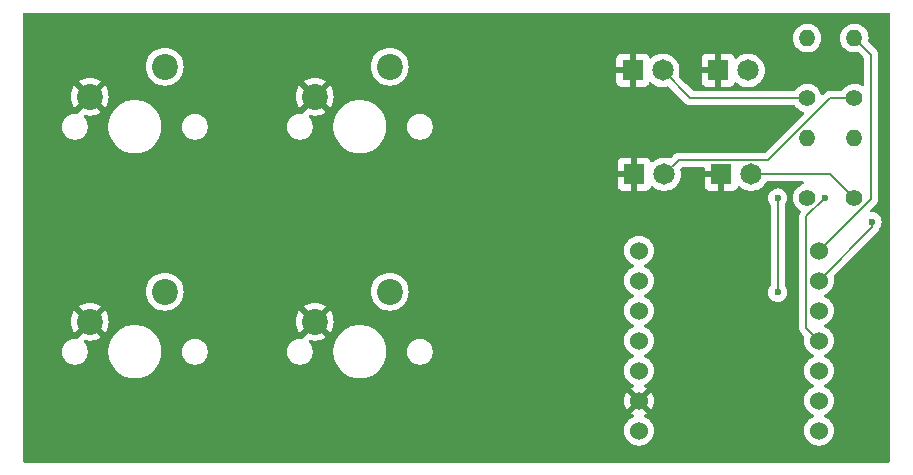
<source format=gbl>
%TF.GenerationSoftware,KiCad,Pcbnew,8.0.7*%
%TF.CreationDate,2025-06-28T19:36:39+10:00*%
%TF.ProjectId,fidget,66696467-6574-42e6-9b69-6361645f7063,rev?*%
%TF.SameCoordinates,Original*%
%TF.FileFunction,Copper,L2,Bot*%
%TF.FilePolarity,Positive*%
%FSLAX46Y46*%
G04 Gerber Fmt 4.6, Leading zero omitted, Abs format (unit mm)*
G04 Created by KiCad (PCBNEW 8.0.7) date 2025-06-28 19:36:39*
%MOMM*%
%LPD*%
G01*
G04 APERTURE LIST*
%TA.AperFunction,ComponentPad*%
%ADD10C,2.200000*%
%TD*%
%TA.AperFunction,ComponentPad*%
%ADD11C,1.400000*%
%TD*%
%TA.AperFunction,ComponentPad*%
%ADD12O,1.400000X1.400000*%
%TD*%
%TA.AperFunction,ComponentPad*%
%ADD13C,1.815000*%
%TD*%
%TA.AperFunction,ComponentPad*%
%ADD14R,1.815000X1.815000*%
%TD*%
%TA.AperFunction,ComponentPad*%
%ADD15C,1.524000*%
%TD*%
%TA.AperFunction,ViaPad*%
%ADD16C,0.600000*%
%TD*%
%TA.AperFunction,Conductor*%
%ADD17C,0.200000*%
%TD*%
G04 APERTURE END LIST*
D10*
%TO.P,SW1,1,1*%
%TO.N,button1*%
X98107500Y-75882500D03*
%TO.P,SW1,2,2*%
%TO.N,GND*%
X91757500Y-78422500D03*
%TD*%
D11*
%TO.P,R3,1*%
%TO.N,Net-(D3-PadA)*%
X156501250Y-78540000D03*
D12*
%TO.P,R3,2*%
%TO.N,led3*%
X156501250Y-73460000D03*
%TD*%
D11*
%TO.P,R1,1*%
%TO.N,Net-(D1-PadA)*%
X152501250Y-78540000D03*
D12*
%TO.P,R1,2*%
%TO.N,led1*%
X152501250Y-73460000D03*
%TD*%
D13*
%TO.P,D2,A*%
%TO.N,Net-(D2-PadA)*%
X147501250Y-76200000D03*
D14*
%TO.P,D2,C*%
%TO.N,GND*%
X144961250Y-76200000D03*
%TD*%
D13*
%TO.P,D1,A*%
%TO.N,Net-(D1-PadA)*%
X140270000Y-76200000D03*
D14*
%TO.P,D1,C*%
%TO.N,GND*%
X137730000Y-76200000D03*
%TD*%
D15*
%TO.P,U1,1,GPIO26/ADC0/A0*%
%TO.N,button1*%
X153501250Y-106700000D03*
%TO.P,U1,2,GPIO27/ADC1/A1*%
%TO.N,button2*%
X153501250Y-104160000D03*
%TO.P,U1,3,GPIO28/ADC2/A2*%
%TO.N,unconnected-(U1-GPIO28{slash}ADC2{slash}A2-Pad3)_1*%
X153501250Y-101620000D03*
%TO.P,U1,4,GPIO29/ADC3/A3*%
%TO.N,led1*%
X153501250Y-99080000D03*
%TO.P,U1,5,GPIO6/SDA*%
%TO.N,led2*%
X153501250Y-96540000D03*
%TO.P,U1,6,GPIO7/SCL*%
%TO.N,led4*%
X153501250Y-94000000D03*
%TO.P,U1,7,GPIO0/TX*%
%TO.N,led3*%
X153501250Y-91460000D03*
%TO.P,U1,8,GPIO1/RX*%
%TO.N,unconnected-(U1-GPIO1{slash}RX-Pad8)*%
X138261250Y-91460000D03*
%TO.P,U1,9,GPIO2/SCK*%
%TO.N,unconnected-(U1-GPIO2{slash}SCK-Pad9)_1*%
X138261250Y-94000000D03*
%TO.P,U1,10,GPIO4/MISO*%
%TO.N,button4*%
X138261250Y-96540000D03*
%TO.P,U1,11,GPIO3/MOSI*%
%TO.N,button3*%
X138261250Y-99080000D03*
%TO.P,U1,12,3V3*%
%TO.N,unconnected-(U1-3V3-Pad12)_1*%
X138261250Y-101620000D03*
%TO.P,U1,13,GND*%
%TO.N,GND*%
X138261250Y-104160000D03*
%TO.P,U1,14,VBUS*%
%TO.N,unconnected-(U1-VBUS-Pad14)_1*%
X138261250Y-106700000D03*
%TD*%
D10*
%TO.P,SW4,1,1*%
%TO.N,button4*%
X117157500Y-94932500D03*
%TO.P,SW4,2,2*%
%TO.N,GND*%
X110807500Y-97472500D03*
%TD*%
D11*
%TO.P,R2,1*%
%TO.N,Net-(D2-PadA)*%
X152501250Y-87000000D03*
D12*
%TO.P,R2,2*%
%TO.N,led2*%
X152501250Y-81920000D03*
%TD*%
D13*
%TO.P,D3,A*%
%TO.N,Net-(D3-PadA)*%
X140400000Y-85000000D03*
D14*
%TO.P,D3,C*%
%TO.N,GND*%
X137860000Y-85000000D03*
%TD*%
D10*
%TO.P,SW3,1,1*%
%TO.N,button3*%
X98107500Y-94932500D03*
%TO.P,SW3,2,2*%
%TO.N,GND*%
X91757500Y-97472500D03*
%TD*%
%TO.P,SW2,1,1*%
%TO.N,button2*%
X117157500Y-75882500D03*
%TO.P,SW2,2,2*%
%TO.N,GND*%
X110807500Y-78422500D03*
%TD*%
D13*
%TO.P,D4,A*%
%TO.N,Net-(D4-PadA)*%
X147770000Y-85000000D03*
D14*
%TO.P,D4,C*%
%TO.N,GND*%
X145230000Y-85000000D03*
%TD*%
D11*
%TO.P,R4,1*%
%TO.N,Net-(D4-PadA)*%
X156501250Y-87040000D03*
D12*
%TO.P,R4,2*%
%TO.N,led4*%
X156501250Y-81960000D03*
%TD*%
D16*
%TO.N,led1*%
X154000000Y-87000000D03*
%TO.N,led2*%
X150000000Y-87000000D03*
X150000000Y-95000000D03*
%TO.N,led4*%
X158000000Y-89000000D03*
%TD*%
D17*
%TO.N,Net-(D1-PadA)*%
X142610000Y-78540000D02*
X152501250Y-78540000D01*
X140270000Y-76200000D02*
X142610000Y-78540000D01*
%TO.N,Net-(D3-PadA)*%
X140400000Y-85000000D02*
X141607500Y-83792500D01*
X141607500Y-83792500D02*
X149207500Y-83792500D01*
X154460000Y-78540000D02*
X156501250Y-78540000D01*
X149207500Y-83792500D02*
X154460000Y-78540000D01*
%TO.N,led1*%
X152439250Y-98018000D02*
X153501250Y-99080000D01*
X154000000Y-87000000D02*
X152439250Y-88560750D01*
X152439250Y-88560750D02*
X152439250Y-98018000D01*
%TO.N,led2*%
X150000000Y-87000000D02*
X150000000Y-95000000D01*
%TO.N,led3*%
X157901250Y-74860000D02*
X157901250Y-87060000D01*
X156501250Y-73460000D02*
X157901250Y-74860000D01*
X157901250Y-87060000D02*
X153501250Y-91460000D01*
%TO.N,Net-(D4-PadA)*%
X154461250Y-85000000D02*
X156501250Y-87040000D01*
X147770000Y-85000000D02*
X154461250Y-85000000D01*
%TO.N,led4*%
X158000000Y-89501250D02*
X153501250Y-94000000D01*
X158000000Y-89000000D02*
X158000000Y-89501250D01*
%TD*%
%TA.AperFunction,Conductor*%
%TO.N,GND*%
G36*
X159443039Y-71320185D02*
G01*
X159488794Y-71372989D01*
X159500000Y-71424500D01*
X159500000Y-109275500D01*
X159480315Y-109342539D01*
X159427511Y-109388294D01*
X159376000Y-109399500D01*
X86224500Y-109399500D01*
X86157461Y-109379815D01*
X86111706Y-109327011D01*
X86100500Y-109275500D01*
X86100500Y-99925889D01*
X89387000Y-99925889D01*
X89387000Y-100099110D01*
X89399420Y-100177531D01*
X89414098Y-100270201D01*
X89467627Y-100434945D01*
X89546268Y-100589288D01*
X89648086Y-100729428D01*
X89770572Y-100851914D01*
X89910712Y-100953732D01*
X90065055Y-101032373D01*
X90229799Y-101085902D01*
X90400889Y-101113000D01*
X90400890Y-101113000D01*
X90574110Y-101113000D01*
X90574111Y-101113000D01*
X90745201Y-101085902D01*
X90909945Y-101032373D01*
X91064288Y-100953732D01*
X91204428Y-100851914D01*
X91326914Y-100729428D01*
X91428732Y-100589288D01*
X91507373Y-100434945D01*
X91560902Y-100270201D01*
X91588000Y-100099111D01*
X91588000Y-99925889D01*
X91578354Y-99864986D01*
X93317000Y-99864986D01*
X93317000Y-100160013D01*
X93349071Y-100403613D01*
X93355507Y-100452493D01*
X93429712Y-100729430D01*
X93431861Y-100737451D01*
X93431864Y-100737461D01*
X93544754Y-101010000D01*
X93544758Y-101010010D01*
X93692261Y-101265493D01*
X93871852Y-101499540D01*
X93871858Y-101499547D01*
X94080452Y-101708141D01*
X94080459Y-101708147D01*
X94314506Y-101887738D01*
X94569989Y-102035241D01*
X94569990Y-102035241D01*
X94569993Y-102035243D01*
X94842548Y-102148139D01*
X95127507Y-102224493D01*
X95419994Y-102263000D01*
X95420001Y-102263000D01*
X95714999Y-102263000D01*
X95715006Y-102263000D01*
X96007493Y-102224493D01*
X96292452Y-102148139D01*
X96565007Y-102035243D01*
X96820494Y-101887738D01*
X97054542Y-101708146D01*
X97263146Y-101499542D01*
X97442738Y-101265494D01*
X97590243Y-101010007D01*
X97703139Y-100737452D01*
X97779493Y-100452493D01*
X97818000Y-100160006D01*
X97818000Y-99925889D01*
X99547000Y-99925889D01*
X99547000Y-100099110D01*
X99559420Y-100177531D01*
X99574098Y-100270201D01*
X99627627Y-100434945D01*
X99706268Y-100589288D01*
X99808086Y-100729428D01*
X99930572Y-100851914D01*
X100070712Y-100953732D01*
X100225055Y-101032373D01*
X100389799Y-101085902D01*
X100560889Y-101113000D01*
X100560890Y-101113000D01*
X100734110Y-101113000D01*
X100734111Y-101113000D01*
X100905201Y-101085902D01*
X101069945Y-101032373D01*
X101224288Y-100953732D01*
X101364428Y-100851914D01*
X101486914Y-100729428D01*
X101588732Y-100589288D01*
X101667373Y-100434945D01*
X101720902Y-100270201D01*
X101748000Y-100099111D01*
X101748000Y-99925889D01*
X108437000Y-99925889D01*
X108437000Y-100099110D01*
X108449420Y-100177531D01*
X108464098Y-100270201D01*
X108517627Y-100434945D01*
X108596268Y-100589288D01*
X108698086Y-100729428D01*
X108820572Y-100851914D01*
X108960712Y-100953732D01*
X109115055Y-101032373D01*
X109279799Y-101085902D01*
X109450889Y-101113000D01*
X109450890Y-101113000D01*
X109624110Y-101113000D01*
X109624111Y-101113000D01*
X109795201Y-101085902D01*
X109959945Y-101032373D01*
X110114288Y-100953732D01*
X110254428Y-100851914D01*
X110376914Y-100729428D01*
X110478732Y-100589288D01*
X110557373Y-100434945D01*
X110610902Y-100270201D01*
X110638000Y-100099111D01*
X110638000Y-99925889D01*
X110628354Y-99864986D01*
X112367000Y-99864986D01*
X112367000Y-100160013D01*
X112399071Y-100403613D01*
X112405507Y-100452493D01*
X112479712Y-100729430D01*
X112481861Y-100737451D01*
X112481864Y-100737461D01*
X112594754Y-101010000D01*
X112594758Y-101010010D01*
X112742261Y-101265493D01*
X112921852Y-101499540D01*
X112921858Y-101499547D01*
X113130452Y-101708141D01*
X113130459Y-101708147D01*
X113364506Y-101887738D01*
X113619989Y-102035241D01*
X113619990Y-102035241D01*
X113619993Y-102035243D01*
X113892548Y-102148139D01*
X114177507Y-102224493D01*
X114469994Y-102263000D01*
X114470001Y-102263000D01*
X114764999Y-102263000D01*
X114765006Y-102263000D01*
X115057493Y-102224493D01*
X115342452Y-102148139D01*
X115615007Y-102035243D01*
X115870494Y-101887738D01*
X116104542Y-101708146D01*
X116313146Y-101499542D01*
X116492738Y-101265494D01*
X116640243Y-101010007D01*
X116753139Y-100737452D01*
X116829493Y-100452493D01*
X116868000Y-100160006D01*
X116868000Y-99925889D01*
X118597000Y-99925889D01*
X118597000Y-100099110D01*
X118609420Y-100177531D01*
X118624098Y-100270201D01*
X118677627Y-100434945D01*
X118756268Y-100589288D01*
X118858086Y-100729428D01*
X118980572Y-100851914D01*
X119120712Y-100953732D01*
X119275055Y-101032373D01*
X119439799Y-101085902D01*
X119610889Y-101113000D01*
X119610890Y-101113000D01*
X119784110Y-101113000D01*
X119784111Y-101113000D01*
X119955201Y-101085902D01*
X120119945Y-101032373D01*
X120274288Y-100953732D01*
X120414428Y-100851914D01*
X120536914Y-100729428D01*
X120638732Y-100589288D01*
X120717373Y-100434945D01*
X120770902Y-100270201D01*
X120798000Y-100099111D01*
X120798000Y-99925889D01*
X120770902Y-99754799D01*
X120717373Y-99590055D01*
X120638732Y-99435712D01*
X120536914Y-99295572D01*
X120414428Y-99173086D01*
X120274288Y-99071268D01*
X120119945Y-98992627D01*
X119955201Y-98939098D01*
X119955199Y-98939097D01*
X119955198Y-98939097D01*
X119806771Y-98915589D01*
X119784111Y-98912000D01*
X119610889Y-98912000D01*
X119588229Y-98915589D01*
X119439802Y-98939097D01*
X119275052Y-98992628D01*
X119120711Y-99071268D01*
X119073322Y-99105699D01*
X118980572Y-99173086D01*
X118980570Y-99173088D01*
X118980569Y-99173088D01*
X118858088Y-99295569D01*
X118858088Y-99295570D01*
X118858086Y-99295572D01*
X118814359Y-99355756D01*
X118756268Y-99435711D01*
X118677628Y-99590052D01*
X118624097Y-99754802D01*
X118597000Y-99925889D01*
X116868000Y-99925889D01*
X116868000Y-99864994D01*
X116829493Y-99572507D01*
X116753139Y-99287548D01*
X116640243Y-99014993D01*
X116630949Y-98998896D01*
X116492738Y-98759506D01*
X116313147Y-98525459D01*
X116313141Y-98525452D01*
X116104547Y-98316858D01*
X116104540Y-98316852D01*
X115870493Y-98137261D01*
X115615010Y-97989758D01*
X115615000Y-97989754D01*
X115342461Y-97876864D01*
X115342454Y-97876862D01*
X115342452Y-97876861D01*
X115057493Y-97800507D01*
X115008613Y-97794071D01*
X114765013Y-97762000D01*
X114765006Y-97762000D01*
X114469994Y-97762000D01*
X114469986Y-97762000D01*
X114191585Y-97798653D01*
X114177507Y-97800507D01*
X114060234Y-97831930D01*
X113892548Y-97876861D01*
X113892538Y-97876864D01*
X113619999Y-97989754D01*
X113619989Y-97989758D01*
X113364506Y-98137261D01*
X113130459Y-98316852D01*
X113130452Y-98316858D01*
X112921858Y-98525452D01*
X112921852Y-98525459D01*
X112742261Y-98759506D01*
X112594758Y-99014989D01*
X112594754Y-99014999D01*
X112481864Y-99287538D01*
X112481861Y-99287548D01*
X112405508Y-99572504D01*
X112405506Y-99572515D01*
X112367000Y-99864986D01*
X110628354Y-99864986D01*
X110610902Y-99754799D01*
X110557373Y-99590055D01*
X110478732Y-99435712D01*
X110376914Y-99295572D01*
X110318056Y-99236714D01*
X110284571Y-99175391D01*
X110289555Y-99105699D01*
X110331427Y-99049766D01*
X110396891Y-99025349D01*
X110434684Y-99028459D01*
X110556428Y-99057687D01*
X110807500Y-99077447D01*
X111058572Y-99057687D01*
X111303456Y-98998896D01*
X111536131Y-98902519D01*
X111750861Y-98770932D01*
X111750863Y-98770930D01*
X111751680Y-98770232D01*
X111131525Y-98150078D01*
X111162758Y-98137141D01*
X111285597Y-98055063D01*
X111390063Y-97950597D01*
X111472141Y-97827758D01*
X111485078Y-97796525D01*
X112105232Y-98416680D01*
X112105930Y-98415863D01*
X112105932Y-98415861D01*
X112237519Y-98201131D01*
X112333896Y-97968456D01*
X112392687Y-97723572D01*
X112412447Y-97472500D01*
X112392687Y-97221427D01*
X112333896Y-96976543D01*
X112237519Y-96743868D01*
X112105929Y-96529134D01*
X112105233Y-96528319D01*
X112105232Y-96528319D01*
X111485077Y-97148473D01*
X111472141Y-97117242D01*
X111390063Y-96994403D01*
X111285597Y-96889937D01*
X111162758Y-96807859D01*
X111131523Y-96794921D01*
X111751679Y-96174766D01*
X111750862Y-96174068D01*
X111536131Y-96042480D01*
X111303456Y-95946103D01*
X111058572Y-95887312D01*
X110807500Y-95867552D01*
X110556427Y-95887312D01*
X110311543Y-95946103D01*
X110078868Y-96042480D01*
X109864137Y-96174067D01*
X109863318Y-96174766D01*
X110483474Y-96794921D01*
X110452242Y-96807859D01*
X110329403Y-96889937D01*
X110224937Y-96994403D01*
X110142859Y-97117242D01*
X110129921Y-97148474D01*
X109509766Y-96528318D01*
X109509067Y-96529137D01*
X109377480Y-96743868D01*
X109281103Y-96976543D01*
X109222312Y-97221427D01*
X109202552Y-97472500D01*
X109222312Y-97723572D01*
X109281103Y-97968456D01*
X109377480Y-98201131D01*
X109509068Y-98415862D01*
X109509766Y-98416679D01*
X110129921Y-97796524D01*
X110142859Y-97827758D01*
X110224937Y-97950597D01*
X110329403Y-98055063D01*
X110452242Y-98137141D01*
X110483474Y-98150077D01*
X109863319Y-98770232D01*
X109864489Y-98800039D01*
X109847448Y-98867799D01*
X109796480Y-98915589D01*
X109727764Y-98928238D01*
X109721186Y-98927375D01*
X109646771Y-98915589D01*
X109624111Y-98912000D01*
X109450889Y-98912000D01*
X109428229Y-98915589D01*
X109279802Y-98939097D01*
X109115052Y-98992628D01*
X108960711Y-99071268D01*
X108913322Y-99105699D01*
X108820572Y-99173086D01*
X108820570Y-99173088D01*
X108820569Y-99173088D01*
X108698088Y-99295569D01*
X108698088Y-99295570D01*
X108698086Y-99295572D01*
X108654359Y-99355756D01*
X108596268Y-99435711D01*
X108517628Y-99590052D01*
X108464097Y-99754802D01*
X108437000Y-99925889D01*
X101748000Y-99925889D01*
X101720902Y-99754799D01*
X101667373Y-99590055D01*
X101588732Y-99435712D01*
X101486914Y-99295572D01*
X101364428Y-99173086D01*
X101224288Y-99071268D01*
X101069945Y-98992627D01*
X100905201Y-98939098D01*
X100905199Y-98939097D01*
X100905198Y-98939097D01*
X100756771Y-98915589D01*
X100734111Y-98912000D01*
X100560889Y-98912000D01*
X100538229Y-98915589D01*
X100389802Y-98939097D01*
X100225052Y-98992628D01*
X100070711Y-99071268D01*
X100023322Y-99105699D01*
X99930572Y-99173086D01*
X99930570Y-99173088D01*
X99930569Y-99173088D01*
X99808088Y-99295569D01*
X99808088Y-99295570D01*
X99808086Y-99295572D01*
X99764359Y-99355756D01*
X99706268Y-99435711D01*
X99627628Y-99590052D01*
X99574097Y-99754802D01*
X99547000Y-99925889D01*
X97818000Y-99925889D01*
X97818000Y-99864994D01*
X97779493Y-99572507D01*
X97703139Y-99287548D01*
X97590243Y-99014993D01*
X97580949Y-98998896D01*
X97442738Y-98759506D01*
X97263147Y-98525459D01*
X97263141Y-98525452D01*
X97054547Y-98316858D01*
X97054540Y-98316852D01*
X96820493Y-98137261D01*
X96565010Y-97989758D01*
X96565000Y-97989754D01*
X96292461Y-97876864D01*
X96292454Y-97876862D01*
X96292452Y-97876861D01*
X96007493Y-97800507D01*
X95958613Y-97794071D01*
X95715013Y-97762000D01*
X95715006Y-97762000D01*
X95419994Y-97762000D01*
X95419986Y-97762000D01*
X95141585Y-97798653D01*
X95127507Y-97800507D01*
X95010234Y-97831930D01*
X94842548Y-97876861D01*
X94842538Y-97876864D01*
X94569999Y-97989754D01*
X94569989Y-97989758D01*
X94314506Y-98137261D01*
X94080459Y-98316852D01*
X94080452Y-98316858D01*
X93871858Y-98525452D01*
X93871852Y-98525459D01*
X93692261Y-98759506D01*
X93544758Y-99014989D01*
X93544754Y-99014999D01*
X93431864Y-99287538D01*
X93431861Y-99287548D01*
X93355508Y-99572504D01*
X93355506Y-99572515D01*
X93317000Y-99864986D01*
X91578354Y-99864986D01*
X91560902Y-99754799D01*
X91507373Y-99590055D01*
X91428732Y-99435712D01*
X91326914Y-99295572D01*
X91268056Y-99236714D01*
X91234571Y-99175391D01*
X91239555Y-99105699D01*
X91281427Y-99049766D01*
X91346891Y-99025349D01*
X91384684Y-99028459D01*
X91506428Y-99057687D01*
X91757500Y-99077447D01*
X92008572Y-99057687D01*
X92253456Y-98998896D01*
X92486131Y-98902519D01*
X92700861Y-98770932D01*
X92700863Y-98770930D01*
X92701680Y-98770232D01*
X92081525Y-98150078D01*
X92112758Y-98137141D01*
X92235597Y-98055063D01*
X92340063Y-97950597D01*
X92422141Y-97827758D01*
X92435078Y-97796525D01*
X93055232Y-98416680D01*
X93055930Y-98415863D01*
X93055932Y-98415861D01*
X93187519Y-98201131D01*
X93283896Y-97968456D01*
X93342687Y-97723572D01*
X93362447Y-97472500D01*
X93342687Y-97221427D01*
X93283896Y-96976543D01*
X93187519Y-96743868D01*
X93055929Y-96529134D01*
X93055233Y-96528319D01*
X93055232Y-96528319D01*
X92435077Y-97148473D01*
X92422141Y-97117242D01*
X92340063Y-96994403D01*
X92235597Y-96889937D01*
X92112758Y-96807859D01*
X92081523Y-96794921D01*
X92701679Y-96174766D01*
X92700862Y-96174068D01*
X92486131Y-96042480D01*
X92253456Y-95946103D01*
X92008572Y-95887312D01*
X91757500Y-95867552D01*
X91506427Y-95887312D01*
X91261543Y-95946103D01*
X91028868Y-96042480D01*
X90814137Y-96174067D01*
X90813318Y-96174766D01*
X91433474Y-96794921D01*
X91402242Y-96807859D01*
X91279403Y-96889937D01*
X91174937Y-96994403D01*
X91092859Y-97117242D01*
X91079921Y-97148474D01*
X90459766Y-96528318D01*
X90459067Y-96529137D01*
X90327480Y-96743868D01*
X90231103Y-96976543D01*
X90172312Y-97221427D01*
X90152552Y-97472500D01*
X90172312Y-97723572D01*
X90231103Y-97968456D01*
X90327480Y-98201131D01*
X90459068Y-98415862D01*
X90459766Y-98416679D01*
X91079921Y-97796524D01*
X91092859Y-97827758D01*
X91174937Y-97950597D01*
X91279403Y-98055063D01*
X91402242Y-98137141D01*
X91433474Y-98150077D01*
X90813319Y-98770232D01*
X90814489Y-98800039D01*
X90797448Y-98867799D01*
X90746480Y-98915589D01*
X90677764Y-98928238D01*
X90671186Y-98927375D01*
X90596771Y-98915589D01*
X90574111Y-98912000D01*
X90400889Y-98912000D01*
X90378229Y-98915589D01*
X90229802Y-98939097D01*
X90065052Y-98992628D01*
X89910711Y-99071268D01*
X89863322Y-99105699D01*
X89770572Y-99173086D01*
X89770570Y-99173088D01*
X89770569Y-99173088D01*
X89648088Y-99295569D01*
X89648088Y-99295570D01*
X89648086Y-99295572D01*
X89604359Y-99355756D01*
X89546268Y-99435711D01*
X89467628Y-99590052D01*
X89414097Y-99754802D01*
X89387000Y-99925889D01*
X86100500Y-99925889D01*
X86100500Y-94932500D01*
X96502051Y-94932500D01*
X96521817Y-95183651D01*
X96580626Y-95428610D01*
X96677033Y-95661359D01*
X96808660Y-95876153D01*
X96808661Y-95876156D01*
X96834439Y-95906338D01*
X96972276Y-96067724D01*
X97096788Y-96174067D01*
X97163843Y-96231338D01*
X97163846Y-96231339D01*
X97378640Y-96362966D01*
X97611389Y-96459373D01*
X97856352Y-96518183D01*
X98107500Y-96537949D01*
X98358648Y-96518183D01*
X98603611Y-96459373D01*
X98836359Y-96362966D01*
X99051159Y-96231336D01*
X99242724Y-96067724D01*
X99406336Y-95876159D01*
X99537966Y-95661359D01*
X99634373Y-95428611D01*
X99693183Y-95183648D01*
X99712949Y-94932500D01*
X115552051Y-94932500D01*
X115571817Y-95183651D01*
X115630626Y-95428610D01*
X115727033Y-95661359D01*
X115858660Y-95876153D01*
X115858661Y-95876156D01*
X115884439Y-95906338D01*
X116022276Y-96067724D01*
X116146788Y-96174067D01*
X116213843Y-96231338D01*
X116213846Y-96231339D01*
X116428640Y-96362966D01*
X116661389Y-96459373D01*
X116906352Y-96518183D01*
X117157500Y-96537949D01*
X117408648Y-96518183D01*
X117653611Y-96459373D01*
X117886359Y-96362966D01*
X118101159Y-96231336D01*
X118292724Y-96067724D01*
X118456336Y-95876159D01*
X118587966Y-95661359D01*
X118684373Y-95428611D01*
X118743183Y-95183648D01*
X118762949Y-94932500D01*
X118743183Y-94681352D01*
X118684373Y-94436389D01*
X118594771Y-94220070D01*
X118587966Y-94203640D01*
X118456339Y-93988846D01*
X118456338Y-93988843D01*
X118419375Y-93945566D01*
X118292724Y-93797276D01*
X118106523Y-93638245D01*
X118101156Y-93633661D01*
X118101153Y-93633660D01*
X117886359Y-93502033D01*
X117653610Y-93405626D01*
X117408651Y-93346817D01*
X117157500Y-93327051D01*
X116906348Y-93346817D01*
X116661389Y-93405626D01*
X116428640Y-93502033D01*
X116213846Y-93633660D01*
X116213843Y-93633661D01*
X116022276Y-93797276D01*
X115858661Y-93988843D01*
X115858660Y-93988846D01*
X115727033Y-94203640D01*
X115630626Y-94436389D01*
X115571817Y-94681348D01*
X115552051Y-94932500D01*
X99712949Y-94932500D01*
X99693183Y-94681352D01*
X99634373Y-94436389D01*
X99544771Y-94220070D01*
X99537966Y-94203640D01*
X99406339Y-93988846D01*
X99406338Y-93988843D01*
X99369375Y-93945566D01*
X99242724Y-93797276D01*
X99056523Y-93638245D01*
X99051156Y-93633661D01*
X99051153Y-93633660D01*
X98836359Y-93502033D01*
X98603610Y-93405626D01*
X98358651Y-93346817D01*
X98107500Y-93327051D01*
X97856348Y-93346817D01*
X97611389Y-93405626D01*
X97378640Y-93502033D01*
X97163846Y-93633660D01*
X97163843Y-93633661D01*
X96972276Y-93797276D01*
X96808661Y-93988843D01*
X96808660Y-93988846D01*
X96677033Y-94203640D01*
X96580626Y-94436389D01*
X96521817Y-94681348D01*
X96502051Y-94932500D01*
X86100500Y-94932500D01*
X86100500Y-91459997D01*
X136993927Y-91459997D01*
X136993927Y-91460002D01*
X137013179Y-91680062D01*
X137013180Y-91680070D01*
X137070354Y-91893445D01*
X137070355Y-91893447D01*
X137070356Y-91893450D01*
X137128390Y-92017905D01*
X137163716Y-92093662D01*
X137163718Y-92093666D01*
X137290420Y-92274615D01*
X137290425Y-92274621D01*
X137446628Y-92430824D01*
X137446634Y-92430829D01*
X137627583Y-92557531D01*
X137627585Y-92557532D01*
X137627588Y-92557534D01*
X137703343Y-92592859D01*
X137756439Y-92617618D01*
X137808878Y-92663790D01*
X137828030Y-92730984D01*
X137807814Y-92797865D01*
X137756439Y-92842382D01*
X137627590Y-92902465D01*
X137627588Y-92902466D01*
X137446627Y-93029175D01*
X137290425Y-93185377D01*
X137163716Y-93366338D01*
X137163715Y-93366340D01*
X137070357Y-93566548D01*
X137070354Y-93566554D01*
X137013180Y-93779929D01*
X137013179Y-93779937D01*
X136993927Y-93999997D01*
X136993927Y-94000002D01*
X137013179Y-94220062D01*
X137013180Y-94220070D01*
X137070354Y-94433445D01*
X137070355Y-94433447D01*
X137070356Y-94433450D01*
X137097585Y-94491842D01*
X137163716Y-94633662D01*
X137163718Y-94633666D01*
X137290420Y-94814615D01*
X137290425Y-94814621D01*
X137446628Y-94970824D01*
X137446634Y-94970829D01*
X137627583Y-95097531D01*
X137627585Y-95097532D01*
X137627588Y-95097534D01*
X137746998Y-95153215D01*
X137756439Y-95157618D01*
X137808878Y-95203790D01*
X137828030Y-95270984D01*
X137807814Y-95337865D01*
X137756439Y-95382382D01*
X137627590Y-95442465D01*
X137627588Y-95442466D01*
X137446627Y-95569175D01*
X137290425Y-95725377D01*
X137163716Y-95906338D01*
X137163715Y-95906340D01*
X137070357Y-96106548D01*
X137070354Y-96106554D01*
X137013180Y-96319929D01*
X137013179Y-96319937D01*
X136993927Y-96539997D01*
X136993927Y-96540002D01*
X137013179Y-96760062D01*
X137013180Y-96760070D01*
X137070354Y-96973445D01*
X137070355Y-96973447D01*
X137070356Y-96973450D01*
X137080127Y-96994403D01*
X137163716Y-97173662D01*
X137163718Y-97173666D01*
X137290420Y-97354615D01*
X137290425Y-97354621D01*
X137446628Y-97510824D01*
X137446634Y-97510829D01*
X137627583Y-97637531D01*
X137627585Y-97637532D01*
X137627588Y-97637534D01*
X137742819Y-97691267D01*
X137756439Y-97697618D01*
X137808878Y-97743790D01*
X137828030Y-97810984D01*
X137807814Y-97877865D01*
X137756439Y-97922382D01*
X137627590Y-97982465D01*
X137627588Y-97982466D01*
X137446627Y-98109175D01*
X137290425Y-98265377D01*
X137163716Y-98446338D01*
X137163715Y-98446340D01*
X137070357Y-98646548D01*
X137070354Y-98646554D01*
X137013180Y-98859929D01*
X137013179Y-98859937D01*
X136993927Y-99079997D01*
X136993927Y-99080002D01*
X137013179Y-99300062D01*
X137013180Y-99300070D01*
X137070354Y-99513445D01*
X137070355Y-99513447D01*
X137070356Y-99513450D01*
X137163716Y-99713662D01*
X137163718Y-99713666D01*
X137290420Y-99894615D01*
X137290425Y-99894621D01*
X137446628Y-100050824D01*
X137446634Y-100050829D01*
X137627583Y-100177531D01*
X137627585Y-100177532D01*
X137627588Y-100177534D01*
X137746998Y-100233215D01*
X137756439Y-100237618D01*
X137808878Y-100283790D01*
X137828030Y-100350984D01*
X137807814Y-100417865D01*
X137756439Y-100462382D01*
X137627590Y-100522465D01*
X137627588Y-100522466D01*
X137446627Y-100649175D01*
X137290425Y-100805377D01*
X137163716Y-100986338D01*
X137163715Y-100986340D01*
X137070357Y-101186548D01*
X137070354Y-101186554D01*
X137013180Y-101399929D01*
X137013179Y-101399937D01*
X136993927Y-101619997D01*
X136993927Y-101620002D01*
X137013179Y-101840062D01*
X137013180Y-101840070D01*
X137070354Y-102053445D01*
X137070355Y-102053447D01*
X137070356Y-102053450D01*
X137114508Y-102148135D01*
X137163716Y-102253662D01*
X137163718Y-102253666D01*
X137290420Y-102434615D01*
X137290425Y-102434621D01*
X137446628Y-102590824D01*
X137446634Y-102590829D01*
X137627583Y-102717531D01*
X137627585Y-102717532D01*
X137627588Y-102717534D01*
X137756439Y-102777618D01*
X137757031Y-102777894D01*
X137809470Y-102824066D01*
X137828622Y-102891260D01*
X137808406Y-102958141D01*
X137757031Y-103002658D01*
X137627840Y-103062901D01*
X137563061Y-103108258D01*
X138177156Y-103722352D01*
X138089679Y-103745792D01*
X137988320Y-103804311D01*
X137905561Y-103887070D01*
X137847042Y-103988429D01*
X137823602Y-104075905D01*
X137209508Y-103461811D01*
X137164151Y-103526590D01*
X137070829Y-103726720D01*
X137070825Y-103726729D01*
X137013676Y-103940013D01*
X137013674Y-103940023D01*
X136994429Y-104159999D01*
X136994429Y-104160000D01*
X137013674Y-104379976D01*
X137013676Y-104379986D01*
X137070825Y-104593270D01*
X137070830Y-104593284D01*
X137164148Y-104793405D01*
X137164151Y-104793411D01*
X137209508Y-104858187D01*
X137209508Y-104858188D01*
X137823602Y-104244094D01*
X137847042Y-104331571D01*
X137905561Y-104432930D01*
X137988320Y-104515689D01*
X138089679Y-104574208D01*
X138177155Y-104597647D01*
X137563060Y-105211740D01*
X137627839Y-105257098D01*
X137757031Y-105317342D01*
X137809470Y-105363514D01*
X137828622Y-105430708D01*
X137808406Y-105497589D01*
X137757031Y-105542106D01*
X137627590Y-105602465D01*
X137627588Y-105602466D01*
X137446627Y-105729175D01*
X137290425Y-105885377D01*
X137163716Y-106066338D01*
X137163715Y-106066340D01*
X137070357Y-106266548D01*
X137070354Y-106266554D01*
X137013180Y-106479929D01*
X137013179Y-106479937D01*
X136993927Y-106699997D01*
X136993927Y-106700002D01*
X137013179Y-106920062D01*
X137013180Y-106920070D01*
X137070354Y-107133445D01*
X137070355Y-107133447D01*
X137070356Y-107133450D01*
X137163716Y-107333662D01*
X137163718Y-107333666D01*
X137290420Y-107514615D01*
X137290425Y-107514621D01*
X137446628Y-107670824D01*
X137446634Y-107670829D01*
X137627583Y-107797531D01*
X137627585Y-107797532D01*
X137627588Y-107797534D01*
X137827800Y-107890894D01*
X138041182Y-107948070D01*
X138198373Y-107961822D01*
X138261248Y-107967323D01*
X138261250Y-107967323D01*
X138261252Y-107967323D01*
X138316267Y-107962509D01*
X138481318Y-107948070D01*
X138694700Y-107890894D01*
X138894912Y-107797534D01*
X139075870Y-107670826D01*
X139232076Y-107514620D01*
X139358784Y-107333662D01*
X139452144Y-107133450D01*
X139509320Y-106920068D01*
X139528573Y-106700000D01*
X139509320Y-106479932D01*
X139452144Y-106266550D01*
X139358784Y-106066339D01*
X139232076Y-105885380D01*
X139075870Y-105729174D01*
X139075866Y-105729171D01*
X139075865Y-105729170D01*
X138894916Y-105602468D01*
X138894912Y-105602466D01*
X138765468Y-105542105D01*
X138713029Y-105495932D01*
X138693877Y-105428739D01*
X138714093Y-105361858D01*
X138765469Y-105317340D01*
X138894666Y-105257095D01*
X138894667Y-105257094D01*
X138959438Y-105211741D01*
X138345345Y-104597647D01*
X138432821Y-104574208D01*
X138534180Y-104515689D01*
X138616939Y-104432930D01*
X138675458Y-104331571D01*
X138698897Y-104244094D01*
X139312991Y-104858188D01*
X139358344Y-104793417D01*
X139358350Y-104793407D01*
X139451669Y-104593284D01*
X139451674Y-104593270D01*
X139508823Y-104379986D01*
X139508825Y-104379976D01*
X139528071Y-104160000D01*
X139528071Y-104159999D01*
X139508825Y-103940023D01*
X139508823Y-103940013D01*
X139451674Y-103726729D01*
X139451670Y-103726720D01*
X139358346Y-103526586D01*
X139312991Y-103461811D01*
X139312990Y-103461810D01*
X138698897Y-104075904D01*
X138675458Y-103988429D01*
X138616939Y-103887070D01*
X138534180Y-103804311D01*
X138432821Y-103745792D01*
X138345344Y-103722352D01*
X138959438Y-103108258D01*
X138894661Y-103062901D01*
X138894655Y-103062898D01*
X138765469Y-103002658D01*
X138713029Y-102956486D01*
X138693877Y-102889293D01*
X138714093Y-102822411D01*
X138765469Y-102777894D01*
X138766061Y-102777618D01*
X138894912Y-102717534D01*
X139075870Y-102590826D01*
X139232076Y-102434620D01*
X139358784Y-102253662D01*
X139452144Y-102053450D01*
X139509320Y-101840068D01*
X139528573Y-101620000D01*
X139509320Y-101399932D01*
X139452144Y-101186550D01*
X139358784Y-100986339D01*
X139232076Y-100805380D01*
X139075870Y-100649174D01*
X139075866Y-100649171D01*
X139075865Y-100649170D01*
X138894916Y-100522468D01*
X138894908Y-100522464D01*
X138766061Y-100462382D01*
X138713621Y-100416210D01*
X138694469Y-100349017D01*
X138714685Y-100282135D01*
X138766061Y-100237618D01*
X138772052Y-100234824D01*
X138894912Y-100177534D01*
X139075870Y-100050826D01*
X139232076Y-99894620D01*
X139358784Y-99713662D01*
X139452144Y-99513450D01*
X139509320Y-99300068D01*
X139528573Y-99080000D01*
X139509320Y-98859932D01*
X139452144Y-98646550D01*
X139358784Y-98446339D01*
X139232076Y-98265380D01*
X139075870Y-98109174D01*
X139075866Y-98109171D01*
X139075865Y-98109170D01*
X138894916Y-97982468D01*
X138894908Y-97982464D01*
X138766061Y-97922382D01*
X138713621Y-97876210D01*
X138694469Y-97809017D01*
X138714685Y-97742135D01*
X138766061Y-97697618D01*
X138779681Y-97691267D01*
X138894912Y-97637534D01*
X139075870Y-97510826D01*
X139232076Y-97354620D01*
X139358784Y-97173662D01*
X139452144Y-96973450D01*
X139509320Y-96760068D01*
X139528573Y-96540000D01*
X139528393Y-96537948D01*
X139509320Y-96319937D01*
X139509320Y-96319932D01*
X139452144Y-96106550D01*
X139358784Y-95906339D01*
X139288222Y-95805565D01*
X139232077Y-95725381D01*
X139168055Y-95661359D01*
X139075870Y-95569174D01*
X139075866Y-95569171D01*
X139075865Y-95569170D01*
X138894916Y-95442468D01*
X138894908Y-95442464D01*
X138766061Y-95382382D01*
X138713621Y-95336210D01*
X138694469Y-95269017D01*
X138714685Y-95202135D01*
X138766061Y-95157618D01*
X138772052Y-95154824D01*
X138894912Y-95097534D01*
X139075870Y-94970826D01*
X139232076Y-94814620D01*
X139358784Y-94633662D01*
X139452144Y-94433450D01*
X139509320Y-94220068D01*
X139528573Y-94000000D01*
X139509320Y-93779932D01*
X139452144Y-93566550D01*
X139358784Y-93366339D01*
X139232076Y-93185380D01*
X139075870Y-93029174D01*
X139075866Y-93029171D01*
X139075865Y-93029170D01*
X138894916Y-92902468D01*
X138894908Y-92902464D01*
X138766061Y-92842382D01*
X138713621Y-92796210D01*
X138694469Y-92729017D01*
X138714685Y-92662135D01*
X138766061Y-92617618D01*
X138772052Y-92614824D01*
X138894912Y-92557534D01*
X139075870Y-92430826D01*
X139232076Y-92274620D01*
X139358784Y-92093662D01*
X139452144Y-91893450D01*
X139509320Y-91680068D01*
X139528573Y-91460000D01*
X139509320Y-91239932D01*
X139452144Y-91026550D01*
X139358784Y-90826339D01*
X139232076Y-90645380D01*
X139075870Y-90489174D01*
X139075866Y-90489171D01*
X139075865Y-90489170D01*
X138894916Y-90362468D01*
X138894912Y-90362466D01*
X138894910Y-90362465D01*
X138694700Y-90269106D01*
X138694697Y-90269105D01*
X138694695Y-90269104D01*
X138481320Y-90211930D01*
X138481312Y-90211929D01*
X138261252Y-90192677D01*
X138261248Y-90192677D01*
X138041187Y-90211929D01*
X138041179Y-90211930D01*
X137827804Y-90269104D01*
X137827798Y-90269107D01*
X137627590Y-90362465D01*
X137627588Y-90362466D01*
X137446627Y-90489175D01*
X137290425Y-90645377D01*
X137163716Y-90826338D01*
X137163715Y-90826340D01*
X137070357Y-91026548D01*
X137070354Y-91026554D01*
X137013180Y-91239929D01*
X137013179Y-91239937D01*
X136993927Y-91459997D01*
X86100500Y-91459997D01*
X86100500Y-86999996D01*
X149194435Y-86999996D01*
X149194435Y-87000003D01*
X149214630Y-87179249D01*
X149214631Y-87179254D01*
X149274211Y-87349523D01*
X149370185Y-87502263D01*
X149372445Y-87505097D01*
X149373334Y-87507275D01*
X149373889Y-87508158D01*
X149373734Y-87508255D01*
X149398855Y-87569783D01*
X149399500Y-87582412D01*
X149399500Y-94417587D01*
X149379815Y-94484626D01*
X149372450Y-94494896D01*
X149370186Y-94497734D01*
X149274211Y-94650476D01*
X149214631Y-94820745D01*
X149214630Y-94820750D01*
X149194435Y-94999996D01*
X149194435Y-95000003D01*
X149214630Y-95179249D01*
X149214631Y-95179254D01*
X149274211Y-95349523D01*
X149332613Y-95442468D01*
X149370184Y-95502262D01*
X149497738Y-95629816D01*
X149588080Y-95686582D01*
X149649828Y-95725381D01*
X149650478Y-95725789D01*
X149820745Y-95785368D01*
X149820750Y-95785369D01*
X149999996Y-95805565D01*
X150000000Y-95805565D01*
X150000004Y-95805565D01*
X150179249Y-95785369D01*
X150179252Y-95785368D01*
X150179255Y-95785368D01*
X150349522Y-95725789D01*
X150502262Y-95629816D01*
X150629816Y-95502262D01*
X150725789Y-95349522D01*
X150785368Y-95179255D01*
X150785369Y-95179249D01*
X150805565Y-95000003D01*
X150805565Y-94999996D01*
X150785369Y-94820750D01*
X150785368Y-94820745D01*
X150725788Y-94650476D01*
X150629813Y-94497734D01*
X150627550Y-94494896D01*
X150626659Y-94492715D01*
X150626111Y-94491842D01*
X150626264Y-94491745D01*
X150601144Y-94430209D01*
X150600500Y-94417587D01*
X150600500Y-87582412D01*
X150620185Y-87515373D01*
X150627555Y-87505097D01*
X150629810Y-87502267D01*
X150629816Y-87502262D01*
X150725789Y-87349522D01*
X150785368Y-87179255D01*
X150785369Y-87179249D01*
X150805565Y-87000003D01*
X150805565Y-86999996D01*
X150785369Y-86820750D01*
X150785368Y-86820745D01*
X150770573Y-86778464D01*
X150725789Y-86650478D01*
X150629816Y-86497738D01*
X150502262Y-86370184D01*
X150471492Y-86350850D01*
X150349523Y-86274211D01*
X150179254Y-86214631D01*
X150179249Y-86214630D01*
X150000004Y-86194435D01*
X149999996Y-86194435D01*
X149820750Y-86214630D01*
X149820745Y-86214631D01*
X149650476Y-86274211D01*
X149497737Y-86370184D01*
X149370184Y-86497737D01*
X149274211Y-86650476D01*
X149214631Y-86820745D01*
X149214630Y-86820750D01*
X149194435Y-86999996D01*
X86100500Y-86999996D01*
X86100500Y-80875889D01*
X89387000Y-80875889D01*
X89387000Y-81049110D01*
X89402624Y-81147761D01*
X89414098Y-81220201D01*
X89467627Y-81384945D01*
X89546268Y-81539288D01*
X89648086Y-81679428D01*
X89770572Y-81801914D01*
X89910712Y-81903732D01*
X90065055Y-81982373D01*
X90229799Y-82035902D01*
X90400889Y-82063000D01*
X90400890Y-82063000D01*
X90574110Y-82063000D01*
X90574111Y-82063000D01*
X90745201Y-82035902D01*
X90909945Y-81982373D01*
X91064288Y-81903732D01*
X91204428Y-81801914D01*
X91326914Y-81679428D01*
X91428732Y-81539288D01*
X91507373Y-81384945D01*
X91560902Y-81220201D01*
X91588000Y-81049111D01*
X91588000Y-80875889D01*
X91578354Y-80814986D01*
X93317000Y-80814986D01*
X93317000Y-81110013D01*
X93340080Y-81285316D01*
X93355507Y-81402493D01*
X93429712Y-81679430D01*
X93431861Y-81687451D01*
X93431864Y-81687461D01*
X93544754Y-81960000D01*
X93544758Y-81960010D01*
X93692261Y-82215493D01*
X93871852Y-82449540D01*
X93871858Y-82449547D01*
X94080452Y-82658141D01*
X94080459Y-82658147D01*
X94314506Y-82837738D01*
X94569989Y-82985241D01*
X94569990Y-82985241D01*
X94569993Y-82985243D01*
X94842548Y-83098139D01*
X95127507Y-83174493D01*
X95419994Y-83213000D01*
X95420001Y-83213000D01*
X95714999Y-83213000D01*
X95715006Y-83213000D01*
X96007493Y-83174493D01*
X96292452Y-83098139D01*
X96565007Y-82985243D01*
X96820494Y-82837738D01*
X97054542Y-82658146D01*
X97263146Y-82449542D01*
X97442738Y-82215494D01*
X97590243Y-81960007D01*
X97703139Y-81687452D01*
X97779493Y-81402493D01*
X97818000Y-81110006D01*
X97818000Y-80875889D01*
X99547000Y-80875889D01*
X99547000Y-81049110D01*
X99562624Y-81147761D01*
X99574098Y-81220201D01*
X99627627Y-81384945D01*
X99706268Y-81539288D01*
X99808086Y-81679428D01*
X99930572Y-81801914D01*
X100070712Y-81903732D01*
X100225055Y-81982373D01*
X100389799Y-82035902D01*
X100560889Y-82063000D01*
X100560890Y-82063000D01*
X100734110Y-82063000D01*
X100734111Y-82063000D01*
X100905201Y-82035902D01*
X101069945Y-81982373D01*
X101224288Y-81903732D01*
X101364428Y-81801914D01*
X101486914Y-81679428D01*
X101588732Y-81539288D01*
X101667373Y-81384945D01*
X101720902Y-81220201D01*
X101748000Y-81049111D01*
X101748000Y-80875889D01*
X108437000Y-80875889D01*
X108437000Y-81049110D01*
X108452624Y-81147761D01*
X108464098Y-81220201D01*
X108517627Y-81384945D01*
X108596268Y-81539288D01*
X108698086Y-81679428D01*
X108820572Y-81801914D01*
X108960712Y-81903732D01*
X109115055Y-81982373D01*
X109279799Y-82035902D01*
X109450889Y-82063000D01*
X109450890Y-82063000D01*
X109624110Y-82063000D01*
X109624111Y-82063000D01*
X109795201Y-82035902D01*
X109959945Y-81982373D01*
X110114288Y-81903732D01*
X110254428Y-81801914D01*
X110376914Y-81679428D01*
X110478732Y-81539288D01*
X110557373Y-81384945D01*
X110610902Y-81220201D01*
X110638000Y-81049111D01*
X110638000Y-80875889D01*
X110628354Y-80814986D01*
X112367000Y-80814986D01*
X112367000Y-81110013D01*
X112390080Y-81285316D01*
X112405507Y-81402493D01*
X112479712Y-81679430D01*
X112481861Y-81687451D01*
X112481864Y-81687461D01*
X112594754Y-81960000D01*
X112594758Y-81960010D01*
X112742261Y-82215493D01*
X112921852Y-82449540D01*
X112921858Y-82449547D01*
X113130452Y-82658141D01*
X113130459Y-82658147D01*
X113364506Y-82837738D01*
X113619989Y-82985241D01*
X113619990Y-82985241D01*
X113619993Y-82985243D01*
X113892548Y-83098139D01*
X114177507Y-83174493D01*
X114469994Y-83213000D01*
X114470001Y-83213000D01*
X114764999Y-83213000D01*
X114765006Y-83213000D01*
X115057493Y-83174493D01*
X115342452Y-83098139D01*
X115615007Y-82985243D01*
X115870494Y-82837738D01*
X116104542Y-82658146D01*
X116313146Y-82449542D01*
X116492738Y-82215494D01*
X116640243Y-81960007D01*
X116753139Y-81687452D01*
X116829493Y-81402493D01*
X116868000Y-81110006D01*
X116868000Y-80875889D01*
X118597000Y-80875889D01*
X118597000Y-81049110D01*
X118612624Y-81147761D01*
X118624098Y-81220201D01*
X118677627Y-81384945D01*
X118756268Y-81539288D01*
X118858086Y-81679428D01*
X118980572Y-81801914D01*
X119120712Y-81903732D01*
X119275055Y-81982373D01*
X119439799Y-82035902D01*
X119610889Y-82063000D01*
X119610890Y-82063000D01*
X119784110Y-82063000D01*
X119784111Y-82063000D01*
X119955201Y-82035902D01*
X120119945Y-81982373D01*
X120274288Y-81903732D01*
X120414428Y-81801914D01*
X120536914Y-81679428D01*
X120638732Y-81539288D01*
X120717373Y-81384945D01*
X120770902Y-81220201D01*
X120798000Y-81049111D01*
X120798000Y-80875889D01*
X120770902Y-80704799D01*
X120717373Y-80540055D01*
X120638732Y-80385712D01*
X120536914Y-80245572D01*
X120414428Y-80123086D01*
X120274288Y-80021268D01*
X120119945Y-79942627D01*
X119955201Y-79889098D01*
X119955199Y-79889097D01*
X119955198Y-79889097D01*
X119806771Y-79865589D01*
X119784111Y-79862000D01*
X119610889Y-79862000D01*
X119588229Y-79865589D01*
X119439802Y-79889097D01*
X119275052Y-79942628D01*
X119120711Y-80021268D01*
X119073322Y-80055699D01*
X118980572Y-80123086D01*
X118980570Y-80123088D01*
X118980569Y-80123088D01*
X118858088Y-80245569D01*
X118858088Y-80245570D01*
X118858086Y-80245572D01*
X118814359Y-80305756D01*
X118756268Y-80385711D01*
X118677628Y-80540052D01*
X118624097Y-80704802D01*
X118597000Y-80875889D01*
X116868000Y-80875889D01*
X116868000Y-80814994D01*
X116829493Y-80522507D01*
X116753139Y-80237548D01*
X116640243Y-79964993D01*
X116630949Y-79948896D01*
X116492738Y-79709506D01*
X116313147Y-79475459D01*
X116313141Y-79475452D01*
X116104547Y-79266858D01*
X116104540Y-79266852D01*
X115870493Y-79087261D01*
X115615010Y-78939758D01*
X115615000Y-78939754D01*
X115342461Y-78826864D01*
X115342454Y-78826862D01*
X115342452Y-78826861D01*
X115057493Y-78750507D01*
X115008613Y-78744071D01*
X114765013Y-78712000D01*
X114765006Y-78712000D01*
X114469994Y-78712000D01*
X114469986Y-78712000D01*
X114191585Y-78748653D01*
X114177507Y-78750507D01*
X113892548Y-78826861D01*
X113892538Y-78826864D01*
X113619999Y-78939754D01*
X113619989Y-78939758D01*
X113364506Y-79087261D01*
X113130459Y-79266852D01*
X113130452Y-79266858D01*
X112921858Y-79475452D01*
X112921852Y-79475459D01*
X112742261Y-79709506D01*
X112594758Y-79964989D01*
X112594754Y-79964999D01*
X112481864Y-80237538D01*
X112481861Y-80237548D01*
X112405508Y-80522504D01*
X112405506Y-80522515D01*
X112367000Y-80814986D01*
X110628354Y-80814986D01*
X110610902Y-80704799D01*
X110557373Y-80540055D01*
X110478732Y-80385712D01*
X110376914Y-80245572D01*
X110318056Y-80186714D01*
X110284571Y-80125391D01*
X110289555Y-80055699D01*
X110331427Y-79999766D01*
X110396891Y-79975349D01*
X110434684Y-79978459D01*
X110556428Y-80007687D01*
X110807500Y-80027447D01*
X111058572Y-80007687D01*
X111303456Y-79948896D01*
X111536131Y-79852519D01*
X111750861Y-79720932D01*
X111750863Y-79720930D01*
X111751680Y-79720232D01*
X111131525Y-79100078D01*
X111162758Y-79087141D01*
X111285597Y-79005063D01*
X111390063Y-78900597D01*
X111472141Y-78777758D01*
X111485078Y-78746525D01*
X112105232Y-79366680D01*
X112105930Y-79365863D01*
X112105932Y-79365861D01*
X112237519Y-79151131D01*
X112333896Y-78918456D01*
X112392687Y-78673572D01*
X112412447Y-78422500D01*
X112392687Y-78171427D01*
X112333896Y-77926543D01*
X112237519Y-77693868D01*
X112105929Y-77479134D01*
X112105233Y-77478319D01*
X112105232Y-77478319D01*
X111485077Y-78098473D01*
X111472141Y-78067242D01*
X111390063Y-77944403D01*
X111285597Y-77839937D01*
X111162758Y-77757859D01*
X111131523Y-77744921D01*
X111751679Y-77124766D01*
X111750862Y-77124068D01*
X111536131Y-76992480D01*
X111303456Y-76896103D01*
X111058572Y-76837312D01*
X110807500Y-76817552D01*
X110556427Y-76837312D01*
X110311543Y-76896103D01*
X110078868Y-76992480D01*
X109864137Y-77124067D01*
X109863318Y-77124766D01*
X110483474Y-77744921D01*
X110452242Y-77757859D01*
X110329403Y-77839937D01*
X110224937Y-77944403D01*
X110142859Y-78067242D01*
X110129921Y-78098474D01*
X109509766Y-77478318D01*
X109509067Y-77479137D01*
X109377480Y-77693868D01*
X109281103Y-77926543D01*
X109222312Y-78171427D01*
X109202552Y-78422500D01*
X109222312Y-78673572D01*
X109281103Y-78918456D01*
X109377480Y-79151131D01*
X109509068Y-79365862D01*
X109509766Y-79366679D01*
X110129921Y-78746524D01*
X110142859Y-78777758D01*
X110224937Y-78900597D01*
X110329403Y-79005063D01*
X110452242Y-79087141D01*
X110483474Y-79100077D01*
X109863319Y-79720232D01*
X109864489Y-79750039D01*
X109847448Y-79817799D01*
X109796480Y-79865589D01*
X109727764Y-79878238D01*
X109721186Y-79877375D01*
X109646771Y-79865589D01*
X109624111Y-79862000D01*
X109450889Y-79862000D01*
X109428229Y-79865589D01*
X109279802Y-79889097D01*
X109115052Y-79942628D01*
X108960711Y-80021268D01*
X108913322Y-80055699D01*
X108820572Y-80123086D01*
X108820570Y-80123088D01*
X108820569Y-80123088D01*
X108698088Y-80245569D01*
X108698088Y-80245570D01*
X108698086Y-80245572D01*
X108654359Y-80305756D01*
X108596268Y-80385711D01*
X108517628Y-80540052D01*
X108464097Y-80704802D01*
X108437000Y-80875889D01*
X101748000Y-80875889D01*
X101720902Y-80704799D01*
X101667373Y-80540055D01*
X101588732Y-80385712D01*
X101486914Y-80245572D01*
X101364428Y-80123086D01*
X101224288Y-80021268D01*
X101069945Y-79942627D01*
X100905201Y-79889098D01*
X100905199Y-79889097D01*
X100905198Y-79889097D01*
X100756771Y-79865589D01*
X100734111Y-79862000D01*
X100560889Y-79862000D01*
X100538229Y-79865589D01*
X100389802Y-79889097D01*
X100225052Y-79942628D01*
X100070711Y-80021268D01*
X100023322Y-80055699D01*
X99930572Y-80123086D01*
X99930570Y-80123088D01*
X99930569Y-80123088D01*
X99808088Y-80245569D01*
X99808088Y-80245570D01*
X99808086Y-80245572D01*
X99764359Y-80305756D01*
X99706268Y-80385711D01*
X99627628Y-80540052D01*
X99574097Y-80704802D01*
X99547000Y-80875889D01*
X97818000Y-80875889D01*
X97818000Y-80814994D01*
X97779493Y-80522507D01*
X97703139Y-80237548D01*
X97590243Y-79964993D01*
X97580949Y-79948896D01*
X97442738Y-79709506D01*
X97263147Y-79475459D01*
X97263141Y-79475452D01*
X97054547Y-79266858D01*
X97054540Y-79266852D01*
X96820493Y-79087261D01*
X96565010Y-78939758D01*
X96565000Y-78939754D01*
X96292461Y-78826864D01*
X96292454Y-78826862D01*
X96292452Y-78826861D01*
X96007493Y-78750507D01*
X95958613Y-78744071D01*
X95715013Y-78712000D01*
X95715006Y-78712000D01*
X95419994Y-78712000D01*
X95419986Y-78712000D01*
X95141585Y-78748653D01*
X95127507Y-78750507D01*
X94842548Y-78826861D01*
X94842538Y-78826864D01*
X94569999Y-78939754D01*
X94569989Y-78939758D01*
X94314506Y-79087261D01*
X94080459Y-79266852D01*
X94080452Y-79266858D01*
X93871858Y-79475452D01*
X93871852Y-79475459D01*
X93692261Y-79709506D01*
X93544758Y-79964989D01*
X93544754Y-79964999D01*
X93431864Y-80237538D01*
X93431861Y-80237548D01*
X93355508Y-80522504D01*
X93355506Y-80522515D01*
X93317000Y-80814986D01*
X91578354Y-80814986D01*
X91560902Y-80704799D01*
X91507373Y-80540055D01*
X91428732Y-80385712D01*
X91326914Y-80245572D01*
X91268056Y-80186714D01*
X91234571Y-80125391D01*
X91239555Y-80055699D01*
X91281427Y-79999766D01*
X91346891Y-79975349D01*
X91384684Y-79978459D01*
X91506428Y-80007687D01*
X91757500Y-80027447D01*
X92008572Y-80007687D01*
X92253456Y-79948896D01*
X92486131Y-79852519D01*
X92700861Y-79720932D01*
X92700863Y-79720930D01*
X92701680Y-79720232D01*
X92081525Y-79100078D01*
X92112758Y-79087141D01*
X92235597Y-79005063D01*
X92340063Y-78900597D01*
X92422141Y-78777758D01*
X92435078Y-78746525D01*
X93055232Y-79366680D01*
X93055930Y-79365863D01*
X93055932Y-79365861D01*
X93187519Y-79151131D01*
X93283896Y-78918456D01*
X93342687Y-78673572D01*
X93362447Y-78422500D01*
X93342687Y-78171427D01*
X93283896Y-77926543D01*
X93187519Y-77693868D01*
X93055929Y-77479134D01*
X93055233Y-77478319D01*
X93055232Y-77478319D01*
X92435077Y-78098473D01*
X92422141Y-78067242D01*
X92340063Y-77944403D01*
X92235597Y-77839937D01*
X92112758Y-77757859D01*
X92081523Y-77744921D01*
X92701679Y-77124766D01*
X92700862Y-77124068D01*
X92486131Y-76992480D01*
X92253456Y-76896103D01*
X92008572Y-76837312D01*
X91757500Y-76817552D01*
X91506427Y-76837312D01*
X91261543Y-76896103D01*
X91028868Y-76992480D01*
X90814137Y-77124067D01*
X90813318Y-77124766D01*
X91433474Y-77744921D01*
X91402242Y-77757859D01*
X91279403Y-77839937D01*
X91174937Y-77944403D01*
X91092859Y-78067242D01*
X91079921Y-78098474D01*
X90459766Y-77478318D01*
X90459067Y-77479137D01*
X90327480Y-77693868D01*
X90231103Y-77926543D01*
X90172312Y-78171427D01*
X90152552Y-78422500D01*
X90172312Y-78673572D01*
X90231103Y-78918456D01*
X90327480Y-79151131D01*
X90459068Y-79365862D01*
X90459766Y-79366679D01*
X91079921Y-78746524D01*
X91092859Y-78777758D01*
X91174937Y-78900597D01*
X91279403Y-79005063D01*
X91402242Y-79087141D01*
X91433474Y-79100077D01*
X90813319Y-79720232D01*
X90814489Y-79750039D01*
X90797448Y-79817799D01*
X90746480Y-79865589D01*
X90677764Y-79878238D01*
X90671186Y-79877375D01*
X90596771Y-79865589D01*
X90574111Y-79862000D01*
X90400889Y-79862000D01*
X90378229Y-79865589D01*
X90229802Y-79889097D01*
X90065052Y-79942628D01*
X89910711Y-80021268D01*
X89863322Y-80055699D01*
X89770572Y-80123086D01*
X89770570Y-80123088D01*
X89770569Y-80123088D01*
X89648088Y-80245569D01*
X89648088Y-80245570D01*
X89648086Y-80245572D01*
X89604359Y-80305756D01*
X89546268Y-80385711D01*
X89467628Y-80540052D01*
X89414097Y-80704802D01*
X89387000Y-80875889D01*
X86100500Y-80875889D01*
X86100500Y-75882500D01*
X96502051Y-75882500D01*
X96521817Y-76133651D01*
X96580626Y-76378610D01*
X96677033Y-76611359D01*
X96808660Y-76826153D01*
X96808661Y-76826156D01*
X96848183Y-76872430D01*
X96972276Y-77017724D01*
X97096788Y-77124067D01*
X97163843Y-77181338D01*
X97163846Y-77181339D01*
X97378640Y-77312966D01*
X97547166Y-77382771D01*
X97611389Y-77409373D01*
X97856352Y-77468183D01*
X98107500Y-77487949D01*
X98358648Y-77468183D01*
X98603611Y-77409373D01*
X98836359Y-77312966D01*
X99051159Y-77181336D01*
X99242724Y-77017724D01*
X99406336Y-76826159D01*
X99537966Y-76611359D01*
X99634373Y-76378611D01*
X99693183Y-76133648D01*
X99712949Y-75882500D01*
X115552051Y-75882500D01*
X115571817Y-76133651D01*
X115630626Y-76378610D01*
X115727033Y-76611359D01*
X115858660Y-76826153D01*
X115858661Y-76826156D01*
X115898183Y-76872430D01*
X116022276Y-77017724D01*
X116146788Y-77124067D01*
X116213843Y-77181338D01*
X116213846Y-77181339D01*
X116428640Y-77312966D01*
X116597166Y-77382771D01*
X116661389Y-77409373D01*
X116906352Y-77468183D01*
X117157500Y-77487949D01*
X117408648Y-77468183D01*
X117653611Y-77409373D01*
X117886359Y-77312966D01*
X118101159Y-77181336D01*
X118292724Y-77017724D01*
X118456336Y-76826159D01*
X118587966Y-76611359D01*
X118684373Y-76378611D01*
X118743183Y-76133648D01*
X118762949Y-75882500D01*
X118743183Y-75631352D01*
X118684373Y-75386389D01*
X118625665Y-75244655D01*
X136322500Y-75244655D01*
X136322500Y-75950000D01*
X137175743Y-75950000D01*
X137166229Y-75966479D01*
X137125000Y-76120350D01*
X137125000Y-76279650D01*
X137166229Y-76433521D01*
X137175743Y-76450000D01*
X136322500Y-76450000D01*
X136322500Y-77155344D01*
X136328901Y-77214872D01*
X136328903Y-77214879D01*
X136379145Y-77349586D01*
X136379149Y-77349593D01*
X136465309Y-77464687D01*
X136465312Y-77464690D01*
X136580406Y-77550850D01*
X136580413Y-77550854D01*
X136715120Y-77601096D01*
X136715127Y-77601098D01*
X136774655Y-77607499D01*
X136774672Y-77607500D01*
X137480000Y-77607500D01*
X137480000Y-76754256D01*
X137496479Y-76763771D01*
X137650350Y-76805000D01*
X137809650Y-76805000D01*
X137963521Y-76763771D01*
X137980000Y-76754256D01*
X137980000Y-77607500D01*
X138685328Y-77607500D01*
X138685344Y-77607499D01*
X138744872Y-77601098D01*
X138744879Y-77601096D01*
X138879586Y-77550854D01*
X138879593Y-77550850D01*
X138994687Y-77464690D01*
X138994690Y-77464687D01*
X139080850Y-77349593D01*
X139080855Y-77349584D01*
X139106464Y-77280923D01*
X139148335Y-77224989D01*
X139213799Y-77200571D01*
X139282072Y-77215422D01*
X139308944Y-77236417D01*
X139309349Y-77235979D01*
X139313115Y-77239446D01*
X139313119Y-77239450D01*
X139313122Y-77239452D01*
X139313125Y-77239455D01*
X139497253Y-77382768D01*
X139497257Y-77382771D01*
X139497259Y-77382772D01*
X139497262Y-77382774D01*
X139616560Y-77447334D01*
X139702474Y-77493828D01*
X139923172Y-77569594D01*
X140153330Y-77608000D01*
X140386670Y-77608000D01*
X140616828Y-77569594D01*
X140672798Y-77550378D01*
X140742595Y-77547227D01*
X140800742Y-77579977D01*
X142241284Y-79020520D01*
X142241286Y-79020521D01*
X142241290Y-79020524D01*
X142378209Y-79099573D01*
X142378216Y-79099577D01*
X142530943Y-79140501D01*
X142530945Y-79140501D01*
X142696654Y-79140501D01*
X142696670Y-79140500D01*
X151388629Y-79140500D01*
X151455668Y-79160185D01*
X151487583Y-79189773D01*
X151610270Y-79352238D01*
X151774687Y-79502123D01*
X151774689Y-79502125D01*
X151963845Y-79619245D01*
X151963846Y-79619245D01*
X151963849Y-79619247D01*
X152171310Y-79699618D01*
X152175834Y-79700463D01*
X152238115Y-79732131D01*
X152273388Y-79792443D01*
X152270455Y-79862251D01*
X152240730Y-79910033D01*
X148995084Y-83155681D01*
X148933761Y-83189166D01*
X148907403Y-83192000D01*
X141694169Y-83192000D01*
X141694153Y-83191999D01*
X141686557Y-83191999D01*
X141528443Y-83191999D01*
X141421087Y-83220765D01*
X141375710Y-83232924D01*
X141375709Y-83232925D01*
X141325596Y-83261859D01*
X141325595Y-83261860D01*
X141282189Y-83286920D01*
X141238785Y-83311979D01*
X141238782Y-83311981D01*
X141126978Y-83423786D01*
X140930743Y-83620020D01*
X140869420Y-83653505D01*
X140802800Y-83649620D01*
X140746832Y-83630406D01*
X140516670Y-83592000D01*
X140283330Y-83592000D01*
X140053169Y-83630406D01*
X139832481Y-83706169D01*
X139832467Y-83706175D01*
X139627262Y-83817225D01*
X139627253Y-83817231D01*
X139443125Y-83960544D01*
X139439349Y-83964021D01*
X139438420Y-83963012D01*
X139383959Y-83995725D01*
X139314122Y-83993608D01*
X139256515Y-83954070D01*
X139236464Y-83919077D01*
X139210854Y-83850413D01*
X139210850Y-83850406D01*
X139124690Y-83735312D01*
X139124687Y-83735309D01*
X139009593Y-83649149D01*
X139009586Y-83649145D01*
X138874879Y-83598903D01*
X138874872Y-83598901D01*
X138815344Y-83592500D01*
X138110000Y-83592500D01*
X138110000Y-84445743D01*
X138093521Y-84436229D01*
X137939650Y-84395000D01*
X137780350Y-84395000D01*
X137626479Y-84436229D01*
X137610000Y-84445743D01*
X137610000Y-83592500D01*
X136904655Y-83592500D01*
X136845127Y-83598901D01*
X136845120Y-83598903D01*
X136710413Y-83649145D01*
X136710406Y-83649149D01*
X136595312Y-83735309D01*
X136595309Y-83735312D01*
X136509149Y-83850406D01*
X136509145Y-83850413D01*
X136458903Y-83985120D01*
X136458901Y-83985127D01*
X136452500Y-84044655D01*
X136452500Y-84750000D01*
X137305743Y-84750000D01*
X137296229Y-84766479D01*
X137255000Y-84920350D01*
X137255000Y-85079650D01*
X137296229Y-85233521D01*
X137305743Y-85250000D01*
X136452500Y-85250000D01*
X136452500Y-85955344D01*
X136458901Y-86014872D01*
X136458903Y-86014879D01*
X136509145Y-86149586D01*
X136509149Y-86149593D01*
X136595309Y-86264687D01*
X136595312Y-86264690D01*
X136710406Y-86350850D01*
X136710413Y-86350854D01*
X136845120Y-86401096D01*
X136845127Y-86401098D01*
X136904655Y-86407499D01*
X136904672Y-86407500D01*
X137610000Y-86407500D01*
X137610000Y-85554256D01*
X137626479Y-85563771D01*
X137780350Y-85605000D01*
X137939650Y-85605000D01*
X138093521Y-85563771D01*
X138110000Y-85554256D01*
X138110000Y-86407500D01*
X138815328Y-86407500D01*
X138815344Y-86407499D01*
X138874872Y-86401098D01*
X138874879Y-86401096D01*
X139009586Y-86350854D01*
X139009593Y-86350850D01*
X139124687Y-86264690D01*
X139124690Y-86264687D01*
X139210850Y-86149593D01*
X139210855Y-86149584D01*
X139236464Y-86080923D01*
X139278335Y-86024989D01*
X139343799Y-86000571D01*
X139412072Y-86015422D01*
X139438944Y-86036417D01*
X139439349Y-86035979D01*
X139443115Y-86039446D01*
X139443119Y-86039450D01*
X139443122Y-86039452D01*
X139443125Y-86039455D01*
X139584621Y-86149586D01*
X139627257Y-86182771D01*
X139627259Y-86182772D01*
X139627262Y-86182774D01*
X139686131Y-86214632D01*
X139832474Y-86293828D01*
X140053172Y-86369594D01*
X140283330Y-86408000D01*
X140516670Y-86408000D01*
X140746828Y-86369594D01*
X140967526Y-86293828D01*
X141172743Y-86182771D01*
X141356881Y-86039450D01*
X141514918Y-85867776D01*
X141642543Y-85672431D01*
X141736275Y-85458744D01*
X141793557Y-85232544D01*
X141806820Y-85072489D01*
X141812826Y-85000000D01*
X141812826Y-84999994D01*
X141793558Y-84767464D01*
X141793557Y-84767460D01*
X141793557Y-84767456D01*
X141759073Y-84631284D01*
X141747854Y-84586979D01*
X141750478Y-84517158D01*
X141780379Y-84468856D01*
X141819918Y-84429318D01*
X141881241Y-84395833D01*
X141907598Y-84393000D01*
X143698500Y-84393000D01*
X143765539Y-84412685D01*
X143811294Y-84465489D01*
X143822500Y-84517000D01*
X143822500Y-84750000D01*
X144675743Y-84750000D01*
X144666229Y-84766479D01*
X144625000Y-84920350D01*
X144625000Y-85079650D01*
X144666229Y-85233521D01*
X144675743Y-85250000D01*
X143822500Y-85250000D01*
X143822500Y-85955344D01*
X143828901Y-86014872D01*
X143828903Y-86014879D01*
X143879145Y-86149586D01*
X143879149Y-86149593D01*
X143965309Y-86264687D01*
X143965312Y-86264690D01*
X144080406Y-86350850D01*
X144080413Y-86350854D01*
X144215120Y-86401096D01*
X144215127Y-86401098D01*
X144274655Y-86407499D01*
X144274672Y-86407500D01*
X144980000Y-86407500D01*
X144980000Y-85554256D01*
X144996479Y-85563771D01*
X145150350Y-85605000D01*
X145309650Y-85605000D01*
X145463521Y-85563771D01*
X145480000Y-85554256D01*
X145480000Y-86407500D01*
X146185328Y-86407500D01*
X146185344Y-86407499D01*
X146244872Y-86401098D01*
X146244879Y-86401096D01*
X146379586Y-86350854D01*
X146379593Y-86350850D01*
X146494687Y-86264690D01*
X146494690Y-86264687D01*
X146580850Y-86149593D01*
X146580855Y-86149584D01*
X146606464Y-86080923D01*
X146648335Y-86024989D01*
X146713799Y-86000571D01*
X146782072Y-86015422D01*
X146808944Y-86036417D01*
X146809349Y-86035979D01*
X146813115Y-86039446D01*
X146813119Y-86039450D01*
X146813122Y-86039452D01*
X146813125Y-86039455D01*
X146954621Y-86149586D01*
X146997257Y-86182771D01*
X146997259Y-86182772D01*
X146997262Y-86182774D01*
X147056131Y-86214632D01*
X147202474Y-86293828D01*
X147423172Y-86369594D01*
X147653330Y-86408000D01*
X147886670Y-86408000D01*
X148116828Y-86369594D01*
X148337526Y-86293828D01*
X148542743Y-86182771D01*
X148726881Y-86039450D01*
X148884918Y-85867776D01*
X149012543Y-85672431D01*
X149012543Y-85672429D01*
X149012546Y-85672426D01*
X149014985Y-85667920D01*
X149016540Y-85668761D01*
X149056494Y-85621214D01*
X149123227Y-85600514D01*
X149125108Y-85600500D01*
X152127177Y-85600500D01*
X152194216Y-85620185D01*
X152239971Y-85672989D01*
X152249915Y-85742147D01*
X152220890Y-85805703D01*
X152171971Y-85840127D01*
X152171315Y-85840381D01*
X152171310Y-85840382D01*
X151999943Y-85906769D01*
X151963851Y-85920752D01*
X151963845Y-85920754D01*
X151774689Y-86037874D01*
X151774687Y-86037876D01*
X151610270Y-86187761D01*
X151476193Y-86365308D01*
X151476188Y-86365316D01*
X151377025Y-86564461D01*
X151377019Y-86564476D01*
X151316135Y-86778462D01*
X151316134Y-86778464D01*
X151295607Y-86999999D01*
X151295607Y-87000000D01*
X151316134Y-87221535D01*
X151316135Y-87221537D01*
X151377019Y-87435523D01*
X151377025Y-87435538D01*
X151476188Y-87634683D01*
X151476193Y-87634691D01*
X151610270Y-87812238D01*
X151774687Y-87962123D01*
X151774689Y-87962125D01*
X151905818Y-88043316D01*
X151952454Y-88095344D01*
X151963558Y-88164325D01*
X151947929Y-88210742D01*
X151911287Y-88274209D01*
X151911286Y-88274210D01*
X151879673Y-88328965D01*
X151838749Y-88481693D01*
X151838749Y-88481695D01*
X151838749Y-88649796D01*
X151838750Y-88649809D01*
X151838750Y-97931330D01*
X151838749Y-97931348D01*
X151838749Y-98097054D01*
X151838748Y-98097054D01*
X151838749Y-98097057D01*
X151879673Y-98249785D01*
X151879674Y-98249786D01*
X151888676Y-98265378D01*
X151888677Y-98265380D01*
X151958727Y-98386712D01*
X151958731Y-98386717D01*
X152077599Y-98505585D01*
X152077605Y-98505590D01*
X152240334Y-98668319D01*
X152273819Y-98729642D01*
X152272428Y-98788092D01*
X152253182Y-98859923D01*
X152253179Y-98859937D01*
X152233927Y-99079997D01*
X152233927Y-99080002D01*
X152253179Y-99300062D01*
X152253180Y-99300070D01*
X152310354Y-99513445D01*
X152310355Y-99513447D01*
X152310356Y-99513450D01*
X152403716Y-99713662D01*
X152403718Y-99713666D01*
X152530420Y-99894615D01*
X152530425Y-99894621D01*
X152686628Y-100050824D01*
X152686634Y-100050829D01*
X152867583Y-100177531D01*
X152867585Y-100177532D01*
X152867588Y-100177534D01*
X152986998Y-100233215D01*
X152996439Y-100237618D01*
X153048878Y-100283790D01*
X153068030Y-100350984D01*
X153047814Y-100417865D01*
X152996439Y-100462382D01*
X152867590Y-100522465D01*
X152867588Y-100522466D01*
X152686627Y-100649175D01*
X152530425Y-100805377D01*
X152403716Y-100986338D01*
X152403715Y-100986340D01*
X152310357Y-101186548D01*
X152310354Y-101186554D01*
X152253180Y-101399929D01*
X152253179Y-101399937D01*
X152233927Y-101619997D01*
X152233927Y-101620002D01*
X152253179Y-101840062D01*
X152253180Y-101840070D01*
X152310354Y-102053445D01*
X152310355Y-102053447D01*
X152310356Y-102053450D01*
X152354508Y-102148135D01*
X152403716Y-102253662D01*
X152403718Y-102253666D01*
X152530420Y-102434615D01*
X152530425Y-102434621D01*
X152686628Y-102590824D01*
X152686634Y-102590829D01*
X152867583Y-102717531D01*
X152867585Y-102717532D01*
X152867588Y-102717534D01*
X152986998Y-102773215D01*
X152996439Y-102777618D01*
X153048878Y-102823790D01*
X153068030Y-102890984D01*
X153047814Y-102957865D01*
X152996439Y-103002382D01*
X152867590Y-103062465D01*
X152867588Y-103062466D01*
X152686627Y-103189175D01*
X152530425Y-103345377D01*
X152403716Y-103526338D01*
X152403715Y-103526340D01*
X152310357Y-103726548D01*
X152310354Y-103726554D01*
X152253180Y-103939929D01*
X152253179Y-103939937D01*
X152233927Y-104159997D01*
X152233927Y-104160002D01*
X152253179Y-104380062D01*
X152253180Y-104380070D01*
X152310354Y-104593445D01*
X152310355Y-104593447D01*
X152310356Y-104593450D01*
X152315509Y-104604500D01*
X152403716Y-104793662D01*
X152403718Y-104793666D01*
X152530420Y-104974615D01*
X152530425Y-104974621D01*
X152686628Y-105130824D01*
X152686634Y-105130829D01*
X152867583Y-105257531D01*
X152867585Y-105257532D01*
X152867588Y-105257534D01*
X152986998Y-105313215D01*
X152996439Y-105317618D01*
X153048878Y-105363790D01*
X153068030Y-105430984D01*
X153047814Y-105497865D01*
X152996439Y-105542382D01*
X152867590Y-105602465D01*
X152867588Y-105602466D01*
X152686627Y-105729175D01*
X152530425Y-105885377D01*
X152403716Y-106066338D01*
X152403715Y-106066340D01*
X152310357Y-106266548D01*
X152310354Y-106266554D01*
X152253180Y-106479929D01*
X152253179Y-106479937D01*
X152233927Y-106699997D01*
X152233927Y-106700002D01*
X152253179Y-106920062D01*
X152253180Y-106920070D01*
X152310354Y-107133445D01*
X152310355Y-107133447D01*
X152310356Y-107133450D01*
X152403716Y-107333662D01*
X152403718Y-107333666D01*
X152530420Y-107514615D01*
X152530425Y-107514621D01*
X152686628Y-107670824D01*
X152686634Y-107670829D01*
X152867583Y-107797531D01*
X152867585Y-107797532D01*
X152867588Y-107797534D01*
X153067800Y-107890894D01*
X153281182Y-107948070D01*
X153438373Y-107961822D01*
X153501248Y-107967323D01*
X153501250Y-107967323D01*
X153501252Y-107967323D01*
X153556267Y-107962509D01*
X153721318Y-107948070D01*
X153934700Y-107890894D01*
X154134912Y-107797534D01*
X154315870Y-107670826D01*
X154472076Y-107514620D01*
X154598784Y-107333662D01*
X154692144Y-107133450D01*
X154749320Y-106920068D01*
X154768573Y-106700000D01*
X154749320Y-106479932D01*
X154692144Y-106266550D01*
X154598784Y-106066339D01*
X154472076Y-105885380D01*
X154315870Y-105729174D01*
X154315866Y-105729171D01*
X154315865Y-105729170D01*
X154134916Y-105602468D01*
X154134908Y-105602464D01*
X154006061Y-105542382D01*
X153953621Y-105496210D01*
X153934469Y-105429017D01*
X153954685Y-105362135D01*
X154006061Y-105317618D01*
X154012052Y-105314824D01*
X154134912Y-105257534D01*
X154315870Y-105130826D01*
X154472076Y-104974620D01*
X154598784Y-104793662D01*
X154692144Y-104593450D01*
X154749320Y-104380068D01*
X154768573Y-104160000D01*
X154749320Y-103939932D01*
X154692144Y-103726550D01*
X154598784Y-103526339D01*
X154472076Y-103345380D01*
X154315870Y-103189174D01*
X154315866Y-103189171D01*
X154315865Y-103189170D01*
X154134916Y-103062468D01*
X154134908Y-103062464D01*
X154006061Y-103002382D01*
X153953621Y-102956210D01*
X153934469Y-102889017D01*
X153954685Y-102822135D01*
X154006061Y-102777618D01*
X154012052Y-102774824D01*
X154134912Y-102717534D01*
X154315870Y-102590826D01*
X154472076Y-102434620D01*
X154598784Y-102253662D01*
X154692144Y-102053450D01*
X154749320Y-101840068D01*
X154768573Y-101620000D01*
X154749320Y-101399932D01*
X154692144Y-101186550D01*
X154598784Y-100986339D01*
X154472076Y-100805380D01*
X154315870Y-100649174D01*
X154315866Y-100649171D01*
X154315865Y-100649170D01*
X154134916Y-100522468D01*
X154134908Y-100522464D01*
X154006061Y-100462382D01*
X153953621Y-100416210D01*
X153934469Y-100349017D01*
X153954685Y-100282135D01*
X154006061Y-100237618D01*
X154012052Y-100234824D01*
X154134912Y-100177534D01*
X154315870Y-100050826D01*
X154472076Y-99894620D01*
X154598784Y-99713662D01*
X154692144Y-99513450D01*
X154749320Y-99300068D01*
X154768573Y-99080000D01*
X154749320Y-98859932D01*
X154692144Y-98646550D01*
X154598784Y-98446339D01*
X154472076Y-98265380D01*
X154315870Y-98109174D01*
X154315866Y-98109171D01*
X154315865Y-98109170D01*
X154134916Y-97982468D01*
X154134908Y-97982464D01*
X154006061Y-97922382D01*
X153953621Y-97876210D01*
X153934469Y-97809017D01*
X153954685Y-97742135D01*
X154006061Y-97697618D01*
X154019681Y-97691267D01*
X154134912Y-97637534D01*
X154315870Y-97510826D01*
X154472076Y-97354620D01*
X154598784Y-97173662D01*
X154692144Y-96973450D01*
X154749320Y-96760068D01*
X154768573Y-96540000D01*
X154768393Y-96537948D01*
X154749320Y-96319937D01*
X154749320Y-96319932D01*
X154692144Y-96106550D01*
X154598784Y-95906339D01*
X154528222Y-95805565D01*
X154472077Y-95725381D01*
X154408055Y-95661359D01*
X154315870Y-95569174D01*
X154315866Y-95569171D01*
X154315865Y-95569170D01*
X154134916Y-95442468D01*
X154134908Y-95442464D01*
X154006061Y-95382382D01*
X153953621Y-95336210D01*
X153934469Y-95269017D01*
X153954685Y-95202135D01*
X154006061Y-95157618D01*
X154012052Y-95154824D01*
X154134912Y-95097534D01*
X154315870Y-94970826D01*
X154472076Y-94814620D01*
X154598784Y-94633662D01*
X154692144Y-94433450D01*
X154749320Y-94220068D01*
X154768573Y-94000000D01*
X154749320Y-93779932D01*
X154730071Y-93708095D01*
X154731732Y-93638245D01*
X154762162Y-93588321D01*
X158368713Y-89981771D01*
X158368716Y-89981770D01*
X158480520Y-89869966D01*
X158530639Y-89783154D01*
X158559577Y-89733035D01*
X158600500Y-89580308D01*
X158600500Y-89580299D01*
X158601561Y-89572248D01*
X158603412Y-89572491D01*
X158620185Y-89515373D01*
X158627555Y-89505097D01*
X158629810Y-89502267D01*
X158629816Y-89502262D01*
X158725789Y-89349522D01*
X158785368Y-89179255D01*
X158805565Y-89000000D01*
X158805564Y-88999995D01*
X158785369Y-88820750D01*
X158785368Y-88820745D01*
X158725788Y-88650476D01*
X158629815Y-88497737D01*
X158502262Y-88370184D01*
X158349523Y-88274211D01*
X158179254Y-88214631D01*
X158179249Y-88214630D01*
X158000004Y-88194435D01*
X157999996Y-88194435D01*
X157919439Y-88203511D01*
X157850617Y-88191456D01*
X157799238Y-88144107D01*
X157781614Y-88076496D01*
X157803341Y-88010091D01*
X157817871Y-87992614D01*
X158381770Y-87428716D01*
X158460827Y-87291784D01*
X158501751Y-87139057D01*
X158501751Y-86980942D01*
X158501751Y-86973347D01*
X158501750Y-86973329D01*
X158501750Y-74949059D01*
X158501751Y-74949046D01*
X158501751Y-74780945D01*
X158501751Y-74780943D01*
X158460827Y-74628215D01*
X158409461Y-74539247D01*
X158381770Y-74491284D01*
X158269966Y-74379480D01*
X158269965Y-74379479D01*
X158265635Y-74375149D01*
X158265624Y-74375139D01*
X157712564Y-73822079D01*
X157679079Y-73760756D01*
X157680980Y-73700460D01*
X157686365Y-73681536D01*
X157706893Y-73460000D01*
X157686365Y-73238464D01*
X157625479Y-73024472D01*
X157625474Y-73024461D01*
X157526311Y-72825316D01*
X157526306Y-72825308D01*
X157392229Y-72647761D01*
X157227812Y-72497876D01*
X157227810Y-72497874D01*
X157038654Y-72380754D01*
X157038648Y-72380752D01*
X156831190Y-72300382D01*
X156612493Y-72259500D01*
X156390007Y-72259500D01*
X156171310Y-72300382D01*
X156040114Y-72351207D01*
X155963851Y-72380752D01*
X155963845Y-72380754D01*
X155774689Y-72497874D01*
X155774687Y-72497876D01*
X155610270Y-72647761D01*
X155476193Y-72825308D01*
X155476188Y-72825316D01*
X155377025Y-73024461D01*
X155377019Y-73024476D01*
X155316135Y-73238462D01*
X155316134Y-73238464D01*
X155295607Y-73459999D01*
X155295607Y-73460000D01*
X155316134Y-73681535D01*
X155316135Y-73681537D01*
X155377019Y-73895523D01*
X155377025Y-73895538D01*
X155476188Y-74094683D01*
X155476193Y-74094691D01*
X155610270Y-74272238D01*
X155774687Y-74422123D01*
X155774689Y-74422125D01*
X155963845Y-74539245D01*
X155963846Y-74539245D01*
X155963849Y-74539247D01*
X156171310Y-74619618D01*
X156390007Y-74660500D01*
X156390009Y-74660500D01*
X156612491Y-74660500D01*
X156612493Y-74660500D01*
X156750465Y-74634708D01*
X156819980Y-74641739D01*
X156860931Y-74668916D01*
X157264431Y-75072416D01*
X157297916Y-75133739D01*
X157300750Y-75160097D01*
X157300750Y-77400415D01*
X157281065Y-77467454D01*
X157228261Y-77513209D01*
X157159103Y-77523153D01*
X157111473Y-77505842D01*
X157038654Y-77460754D01*
X157038648Y-77460752D01*
X156831190Y-77380382D01*
X156612493Y-77339500D01*
X156390007Y-77339500D01*
X156171310Y-77380382D01*
X156096476Y-77409373D01*
X155963851Y-77460752D01*
X155963845Y-77460754D01*
X155774689Y-77577874D01*
X155774687Y-77577876D01*
X155610270Y-77727761D01*
X155487583Y-77890227D01*
X155431474Y-77931863D01*
X155388629Y-77939500D01*
X154546670Y-77939500D01*
X154546654Y-77939499D01*
X154539058Y-77939499D01*
X154380943Y-77939499D01*
X154304579Y-77959961D01*
X154228214Y-77980423D01*
X154228209Y-77980426D01*
X154091290Y-78059475D01*
X154091286Y-78059478D01*
X153867892Y-78282871D01*
X153806569Y-78316355D01*
X153736877Y-78311371D01*
X153680944Y-78269499D01*
X153660945Y-78229123D01*
X153625480Y-78104476D01*
X153625479Y-78104472D01*
X153625474Y-78104461D01*
X153526311Y-77905316D01*
X153526306Y-77905308D01*
X153392229Y-77727761D01*
X153227812Y-77577876D01*
X153227810Y-77577874D01*
X153038654Y-77460754D01*
X153038648Y-77460752D01*
X152831190Y-77380382D01*
X152612493Y-77339500D01*
X152390007Y-77339500D01*
X152171310Y-77380382D01*
X152096476Y-77409373D01*
X151963851Y-77460752D01*
X151963845Y-77460754D01*
X151774689Y-77577874D01*
X151774687Y-77577876D01*
X151610270Y-77727761D01*
X151487583Y-77890227D01*
X151431474Y-77931863D01*
X151388629Y-77939500D01*
X142910098Y-77939500D01*
X142843059Y-77919815D01*
X142822417Y-77903181D01*
X142258736Y-77339500D01*
X141650376Y-76731141D01*
X141616892Y-76669819D01*
X141617852Y-76613024D01*
X141663557Y-76432544D01*
X141682826Y-76200000D01*
X141677328Y-76133651D01*
X141663558Y-75967464D01*
X141663556Y-75967452D01*
X141606275Y-75741255D01*
X141512543Y-75527569D01*
X141384920Y-75332226D01*
X141304305Y-75244655D01*
X143553750Y-75244655D01*
X143553750Y-75950000D01*
X144406993Y-75950000D01*
X144397479Y-75966479D01*
X144356250Y-76120350D01*
X144356250Y-76279650D01*
X144397479Y-76433521D01*
X144406993Y-76450000D01*
X143553750Y-76450000D01*
X143553750Y-77155344D01*
X143560151Y-77214872D01*
X143560153Y-77214879D01*
X143610395Y-77349586D01*
X143610399Y-77349593D01*
X143696559Y-77464687D01*
X143696562Y-77464690D01*
X143811656Y-77550850D01*
X143811663Y-77550854D01*
X143946370Y-77601096D01*
X143946377Y-77601098D01*
X144005905Y-77607499D01*
X144005922Y-77607500D01*
X144711250Y-77607500D01*
X144711250Y-76754256D01*
X144727729Y-76763771D01*
X144881600Y-76805000D01*
X145040900Y-76805000D01*
X145194771Y-76763771D01*
X145211250Y-76754256D01*
X145211250Y-77607500D01*
X145916578Y-77607500D01*
X145916594Y-77607499D01*
X145976122Y-77601098D01*
X145976129Y-77601096D01*
X146110836Y-77550854D01*
X146110843Y-77550850D01*
X146225937Y-77464690D01*
X146225940Y-77464687D01*
X146312100Y-77349593D01*
X146312105Y-77349584D01*
X146337714Y-77280923D01*
X146379585Y-77224989D01*
X146445049Y-77200571D01*
X146513322Y-77215422D01*
X146540194Y-77236417D01*
X146540599Y-77235979D01*
X146544365Y-77239446D01*
X146544369Y-77239450D01*
X146544372Y-77239452D01*
X146544375Y-77239455D01*
X146728503Y-77382768D01*
X146728507Y-77382771D01*
X146728509Y-77382772D01*
X146728512Y-77382774D01*
X146847810Y-77447334D01*
X146933724Y-77493828D01*
X147154422Y-77569594D01*
X147384580Y-77608000D01*
X147617920Y-77608000D01*
X147848078Y-77569594D01*
X148068776Y-77493828D01*
X148273993Y-77382771D01*
X148458131Y-77239450D01*
X148616168Y-77067776D01*
X148743793Y-76872431D01*
X148837525Y-76658744D01*
X148894807Y-76432544D01*
X148914076Y-76200000D01*
X148908578Y-76133651D01*
X148894808Y-75967464D01*
X148894806Y-75967452D01*
X148837525Y-75741255D01*
X148743793Y-75527569D01*
X148616170Y-75332226D01*
X148535555Y-75244655D01*
X148458131Y-75160550D01*
X148458126Y-75160546D01*
X148458124Y-75160544D01*
X148273996Y-75017231D01*
X148273987Y-75017225D01*
X148068782Y-74906175D01*
X148068779Y-74906174D01*
X148068776Y-74906172D01*
X148068770Y-74906170D01*
X148068768Y-74906169D01*
X147848080Y-74830406D01*
X147617920Y-74792000D01*
X147384580Y-74792000D01*
X147154419Y-74830406D01*
X146933731Y-74906169D01*
X146933717Y-74906175D01*
X146728512Y-75017225D01*
X146728503Y-75017231D01*
X146544375Y-75160544D01*
X146540599Y-75164021D01*
X146539670Y-75163012D01*
X146485209Y-75195725D01*
X146415372Y-75193608D01*
X146357765Y-75154070D01*
X146337714Y-75119077D01*
X146312104Y-75050413D01*
X146312100Y-75050406D01*
X146225940Y-74935312D01*
X146225937Y-74935309D01*
X146110843Y-74849149D01*
X146110836Y-74849145D01*
X145976129Y-74798903D01*
X145976122Y-74798901D01*
X145916594Y-74792500D01*
X145211250Y-74792500D01*
X145211250Y-75645743D01*
X145194771Y-75636229D01*
X145040900Y-75595000D01*
X144881600Y-75595000D01*
X144727729Y-75636229D01*
X144711250Y-75645743D01*
X144711250Y-74792500D01*
X144005905Y-74792500D01*
X143946377Y-74798901D01*
X143946370Y-74798903D01*
X143811663Y-74849145D01*
X143811656Y-74849149D01*
X143696562Y-74935309D01*
X143696559Y-74935312D01*
X143610399Y-75050406D01*
X143610395Y-75050413D01*
X143560153Y-75185120D01*
X143560151Y-75185127D01*
X143553750Y-75244655D01*
X141304305Y-75244655D01*
X141226881Y-75160550D01*
X141226876Y-75160546D01*
X141226874Y-75160544D01*
X141042746Y-75017231D01*
X141042737Y-75017225D01*
X140837532Y-74906175D01*
X140837529Y-74906174D01*
X140837526Y-74906172D01*
X140837520Y-74906170D01*
X140837518Y-74906169D01*
X140616830Y-74830406D01*
X140386670Y-74792000D01*
X140153330Y-74792000D01*
X139923169Y-74830406D01*
X139702481Y-74906169D01*
X139702467Y-74906175D01*
X139497262Y-75017225D01*
X139497253Y-75017231D01*
X139313125Y-75160544D01*
X139309349Y-75164021D01*
X139308420Y-75163012D01*
X139253959Y-75195725D01*
X139184122Y-75193608D01*
X139126515Y-75154070D01*
X139106464Y-75119077D01*
X139080854Y-75050413D01*
X139080850Y-75050406D01*
X138994690Y-74935312D01*
X138994687Y-74935309D01*
X138879593Y-74849149D01*
X138879586Y-74849145D01*
X138744879Y-74798903D01*
X138744872Y-74798901D01*
X138685344Y-74792500D01*
X137980000Y-74792500D01*
X137980000Y-75645743D01*
X137963521Y-75636229D01*
X137809650Y-75595000D01*
X137650350Y-75595000D01*
X137496479Y-75636229D01*
X137480000Y-75645743D01*
X137480000Y-74792500D01*
X136774655Y-74792500D01*
X136715127Y-74798901D01*
X136715120Y-74798903D01*
X136580413Y-74849145D01*
X136580406Y-74849149D01*
X136465312Y-74935309D01*
X136465309Y-74935312D01*
X136379149Y-75050406D01*
X136379145Y-75050413D01*
X136328903Y-75185120D01*
X136328901Y-75185127D01*
X136322500Y-75244655D01*
X118625665Y-75244655D01*
X118590827Y-75160547D01*
X118587966Y-75153640D01*
X118456339Y-74938846D01*
X118456338Y-74938843D01*
X118419375Y-74895566D01*
X118292724Y-74747276D01*
X118143255Y-74619617D01*
X118101156Y-74583661D01*
X118101153Y-74583660D01*
X117886359Y-74452033D01*
X117653610Y-74355626D01*
X117408651Y-74296817D01*
X117157500Y-74277051D01*
X116906348Y-74296817D01*
X116661389Y-74355626D01*
X116428640Y-74452033D01*
X116213846Y-74583660D01*
X116213843Y-74583661D01*
X116022276Y-74747276D01*
X115858661Y-74938843D01*
X115858660Y-74938846D01*
X115727033Y-75153640D01*
X115630626Y-75386389D01*
X115571817Y-75631348D01*
X115552051Y-75882500D01*
X99712949Y-75882500D01*
X99693183Y-75631352D01*
X99634373Y-75386389D01*
X99540827Y-75160547D01*
X99537966Y-75153640D01*
X99406339Y-74938846D01*
X99406338Y-74938843D01*
X99369375Y-74895566D01*
X99242724Y-74747276D01*
X99093255Y-74619617D01*
X99051156Y-74583661D01*
X99051153Y-74583660D01*
X98836359Y-74452033D01*
X98603610Y-74355626D01*
X98358651Y-74296817D01*
X98107500Y-74277051D01*
X97856348Y-74296817D01*
X97611389Y-74355626D01*
X97378640Y-74452033D01*
X97163846Y-74583660D01*
X97163843Y-74583661D01*
X96972276Y-74747276D01*
X96808661Y-74938843D01*
X96808660Y-74938846D01*
X96677033Y-75153640D01*
X96580626Y-75386389D01*
X96521817Y-75631348D01*
X96502051Y-75882500D01*
X86100500Y-75882500D01*
X86100500Y-73459999D01*
X151295607Y-73459999D01*
X151295607Y-73460000D01*
X151316134Y-73681535D01*
X151316135Y-73681537D01*
X151377019Y-73895523D01*
X151377025Y-73895538D01*
X151476188Y-74094683D01*
X151476193Y-74094691D01*
X151610270Y-74272238D01*
X151774687Y-74422123D01*
X151774689Y-74422125D01*
X151963845Y-74539245D01*
X151963846Y-74539245D01*
X151963849Y-74539247D01*
X152171310Y-74619618D01*
X152390007Y-74660500D01*
X152390009Y-74660500D01*
X152612491Y-74660500D01*
X152612493Y-74660500D01*
X152831190Y-74619618D01*
X153038651Y-74539247D01*
X153227812Y-74422124D01*
X153392231Y-74272236D01*
X153526308Y-74094689D01*
X153625479Y-73895528D01*
X153686365Y-73681536D01*
X153706893Y-73460000D01*
X153686365Y-73238464D01*
X153625479Y-73024472D01*
X153625474Y-73024461D01*
X153526311Y-72825316D01*
X153526306Y-72825308D01*
X153392229Y-72647761D01*
X153227812Y-72497876D01*
X153227810Y-72497874D01*
X153038654Y-72380754D01*
X153038648Y-72380752D01*
X152831190Y-72300382D01*
X152612493Y-72259500D01*
X152390007Y-72259500D01*
X152171310Y-72300382D01*
X152040114Y-72351207D01*
X151963851Y-72380752D01*
X151963845Y-72380754D01*
X151774689Y-72497874D01*
X151774687Y-72497876D01*
X151610270Y-72647761D01*
X151476193Y-72825308D01*
X151476188Y-72825316D01*
X151377025Y-73024461D01*
X151377019Y-73024476D01*
X151316135Y-73238462D01*
X151316134Y-73238464D01*
X151295607Y-73459999D01*
X86100500Y-73459999D01*
X86100500Y-71424500D01*
X86120185Y-71357461D01*
X86172989Y-71311706D01*
X86224500Y-71300500D01*
X159376000Y-71300500D01*
X159443039Y-71320185D01*
G37*
%TD.AperFunction*%
%TD*%
M02*

</source>
